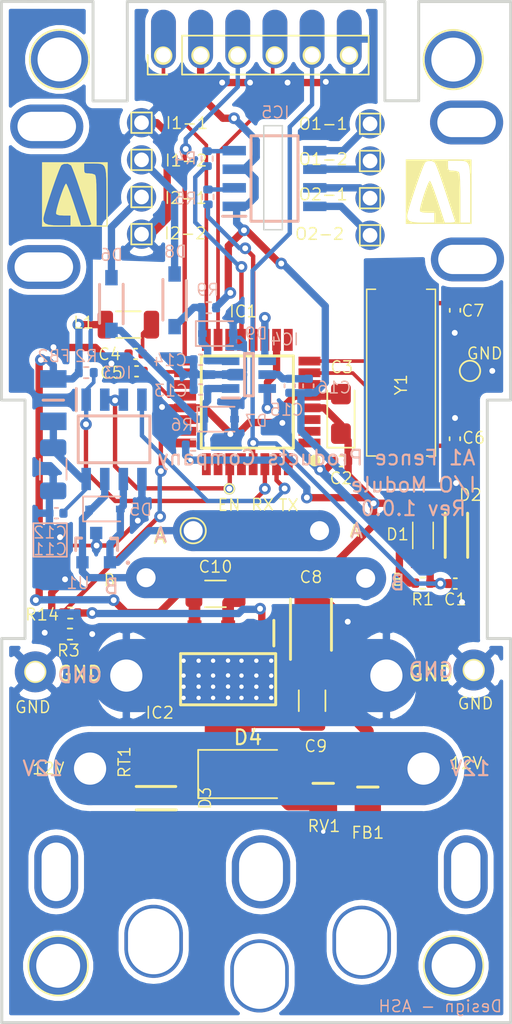
<source format=kicad_pcb>
(kicad_pcb (version 20171130) (host pcbnew "(5.1.10)-1")
  (title_block (title "Modbus I/O Board") (date 2021-10-24) (company "A-1 Fence Products Company Pvt. Ltd.") (comment 1 "Approver: Rahul Abhyankar") (comment 2 "Reviewer: Nitin Katare/Chandrashekar sahu ") (comment 3 "Initator : Viraj Khot"))
  (layers (0 F.Cu signal) (31 B.Cu signal) (34 B.Paste user hide) (35 F.Paste user hide) (36 B.SilkS user) (37 F.SilkS user) (38 B.Mask user) (39 F.Mask user) (44 Edge.Cuts user))
  (net 0 "")
  (net 1 GND)
  (net 2 /RSB)
  (net 3 +3V3)
  (net 4 "Net-(C4-Pad2)")
  (net 5 "Net-(C5-Pad1)")
  (net 6 "Net-(C6-Pad1)")
  (net 7 "Net-(C7-Pad1)")
  (net 8 "Net-(C8-Pad1)")
  (net 9 "Net-(C11-Pad1)")
  (net 10 "Net-(D3-Pad2)")
  (net 11 "Net-(D3-Pad1)")
  (net 12 /Data_A)
  (net 13 /Data_B)
  (net 14 /TXD)
  (net 15 /RXD)
  (net 16 /MAX_EN)
  (net 17 /Vin)
  (net 18 /SCK)
  (net 19 /MISO)
  (net 20 /MOSI)
  (net 21 "Net-(IC5-Pad8)")
  (net 22 "Net-(IC5-Pad7)")
  (net 23 "Net-(IC5-Pad6)")
  (net 24 "Net-(IC5-Pad5)")
  (net 25 "Net-(IC5-Pad4)")
  (net 26 "Net-(IC5-Pad2)")
  (net 27 +12V)
  (net 28 /OUT2)
  (net 29 /OUT1)
  (net 30 /1A)
  (net 31 /2A)
  (net 32 "Net-(C15-Pad2)")
  (net 33 "Net-(D6-Pad1)")
  (net 34 "Net-(D8-Pad1)")
  (net 35 /1Y)
  (net 36 /2Y)
  (module TestPoint:TestPoint_Plated_Hole_D3.0mm (layer F.Cu) (at 131.83 60.75)
    (fp_text reference H1 hide)
    (fp_text value MountingHole)
    (pad 1 thru_hole circle (at 0 0) (size 3.9 3.9) (drill 3) (layers *.Cu *.Mask))
  )
  (module TestPoint:TestPoint_Plated_Hole_D3.0mm (layer F.Cu) (at 158.75 60.76)
    (fp_text reference H2 hide)
    (fp_text value MountingHole)
    (pad 1 thru_hole circle (at 0 0) (size 3.9 3.9) (drill 3) (layers *.Cu *.Mask))
  )
  (module TestPoint:TestPoint_Plated_Hole_D3.0mm (layer F.Cu) (at 158.77 122.7)
    (fp_text reference H4 hide)
    (fp_text value MountingHole)
    (pad 1 thru_hole circle (at 0 0) (size 4 4) (drill 3) (layers *.Cu *.Mask))
  )
  (module TestPoint:TestPoint_Plated_Hole_D3.0mm (layer F.Cu) (at 131.74 122.71)
    (fp_text reference H3 hide)
    (fp_text value MountingHole)
    (pad 1 thru_hole circle (at 0 0) (size 4 4) (drill 3) (layers *.Cu *.Mask))
  )
  (module TestPoint:TestPoint_THTPad_1.0x1.0mm_Drill0.5mm (layer F.Cu) (at 140.97 92.964)
    (fp_text reference TP9 hide)
    (fp_text value TestPoint)
    (fp_text user A (at -2.286 0.381) (layer F.SilkS))
    (pad 1 thru_hole circle (at 0 0) (size 2.8 2.8) (drill 1.3) (layers *.Cu *.Mask) (net 12 /Data_A))
  )
  (module TestPoint:TestPoint_THTPad_1.0x1.0mm_Drill0.5mm (layer F.Cu) (at 137.75 95.18)
    (fp_text reference B (at -2.5 1.17) (layer F.SilkS) (effects (font (size 0.8 0.8) (thickness 0.1))))
    (fp_text value TestPoint)
    (pad 1 thru_hole circle (at 0 1) (size 2.8 2.8) (drill 1.3) (layers *.Cu *.Mask) (net 13 /Data_B))
  )
  (module TestPoint:TestPoint_THTPad_1.0x1.0mm_Drill0.5mm (layer F.Cu) (at 137.4394 70.1548)
    (fp_text reference I2-1 (at 3.0206 0.0652) (layer F.SilkS) (effects (font (size 0.8 0.8) (thickness 0.1))))
    (fp_text value TestPoint)
    (pad 1 thru_hole circle (at 0 0) (size 2 2) (drill 1) (layers *.Cu *.Mask) (net 33 "Net-(D6-Pad1)"))
  )
  (module TestPoint:TestPoint_THTPad_1.0x1.0mm_Drill0.5mm (layer F.Cu) (at 137.4394 65.0748)
    (fp_text reference I1-1 (at 3.1006 0.0252) (layer F.SilkS) (effects (font (size 0.8 0.8) (thickness 0.1))))
    (fp_text value TestPoint)
    (pad 1 thru_hole circle (at 0 0) (size 2 2) (drill 1) (layers *.Cu *.Mask) (net 1 GND))
  )
  (module TestPoint:TestPoint_THTPad_1.0x1.0mm_Drill0.5mm (layer F.Cu) (at 137.4394 67.6148)
    (fp_text reference I1-2 (at 3.0506 0.0452) (layer F.SilkS) (effects (font (size 0.8 0.8) (thickness 0.1))))
    (fp_text value TestPoint)
    (pad 1 thru_hole circle (at 0 0) (size 2 2) (drill 1) (layers *.Cu *.Mask) (net 34 "Net-(D8-Pad1)"))
  )
  (module TestPoint:TestPoint_THTPad_1.0x1.0mm_Drill0.5mm (layer F.Cu) (at 137.4394 72.6948)
    (fp_text reference I2-2 (at 2.9906 -0.0548) (layer F.SilkS) (effects (font (size 0.8 0.8) (thickness 0.1))))
    (fp_text value TestPoint)
    (pad 1 thru_hole circle (at 0 0) (size 2 2) (drill 1) (layers *.Cu *.Mask) (net 1 GND))
  )
  (module TestPoint:TestPoint_THTPad_1.0x1.0mm_Drill0.5mm (layer F.Cu) (at 153.0604 72.771)
    (fp_text reference O2-2 (at -3.4504 -0.091) (layer F.SilkS) (effects (font (size 0.8 0.8) (thickness 0.1))))
    (fp_text value TestPoint)
    (pad 1 thru_hole circle (at 0 0) (size 2 2) (drill 1) (layers *.Cu *.Mask) (net 21 "Net-(IC5-Pad8)"))
  )
  (module TestPoint:TestPoint_THTPad_1.0x1.0mm_Drill0.5mm (layer F.Cu) (at 153.0604 70.231)
    (fp_text reference O2-1 (at -3.2004 -0.254) (layer F.SilkS) (effects (font (size 0.8 0.8) (thickness 0.1))))
    (fp_text value TestPoint)
    (pad 1 thru_hole circle (at 0 0) (size 2 2) (drill 1) (layers *.Cu *.Mask) (net 22 "Net-(IC5-Pad7)"))
  )
  (module TestPoint:TestPoint_THTPad_1.0x1.0mm_Drill0.5mm (layer F.Cu) (at 153.0604 67.691)
    (fp_text reference O1-2 (at -3.2004 -0.127) (layer F.SilkS) (effects (font (size 0.8 0.8) (thickness 0.1))))
    (fp_text value TestPoint)
    (pad 1 thru_hole circle (at 0 0) (size 2 2) (drill 1) (layers *.Cu *.Mask) (net 23 "Net-(IC5-Pad6)"))
  )
  (module TestPoint:TestPoint_THTPad_1.0x1.0mm_Drill0.5mm (layer F.Cu) (at 153.0604 65.151)
    (fp_text reference O1-1 (at -3.2004 0) (layer F.SilkS) (effects (font (size 0.8 0.8) (thickness 0.1))))
    (fp_text value TestPoint)
    (pad 1 thru_hole circle (at 0 0) (size 2 2) (drill 1) (layers *.Cu *.Mask) (net 24 "Net-(IC5-Pad5)"))
  )
  (module TestPoint:TestPoint_THTPad_1.0x1.0mm_Drill0.5mm (layer F.Cu) (at 154.178 102.87)
    (fp_text reference TP11 hide)
    (fp_text value TestPoint)
    (fp_text user GND (at 3.048 -0.127) (layer F.SilkS))
    (pad 1 thru_hole oval (at 0 0) (size 3 5) (drill 2.2) (layers *.Cu *.Mask) (net 1 GND))
  )
  (module TestPoint:TestPoint_THTPad_1.0x1.0mm_Drill0.5mm (layer F.Cu) (at 156.718 109.23)
    (fp_text reference 12V (at 2.921 -0.374) (layer F.SilkS) (effects (font (size 0.8 0.8) (thickness 0.1))))
    (fp_text value TestPoint)
    (pad 1 thru_hole oval (at 0 0) (size 3 5) (drill 2.2) (layers *.Cu *.Mask) (net 27 +12V))
  )
  (module TestPoint:TestPoint_THTPad_1.0x1.0mm_Drill0.5mm (layer F.Cu) (at 136.398 102.87)
    (fp_text reference TP15 hide)
    (fp_text value TestPoint)
    (fp_text user GND (at -3.175 -0.127) (layer F.SilkS))
    (pad 1 thru_hole oval (at 0 0) (size 3 5) (drill 2.2) (layers *.Cu *.Mask) (net 1 GND))
  )
  (module TestPoint:TestPoint_THTPad_1.0x1.0mm_Drill0.5mm (layer F.Cu) (at 133.92 109.23)
    (fp_text reference 12V (at -2.856 -0.01) (layer F.SilkS) (effects (font (size 0.8 0.8) (thickness 0.1))))
    (fp_text value TestPoint)
    (pad 1 thru_hole oval (at 0 0) (size 3 5) (drill 2.2) (layers *.Cu *.Mask) (net 27 +12V))
  )
  (module TestPoint:TestPoint_THTPad_1.0x1.0mm_Drill0.5mm (layer F.Cu) (at 152.76 96.22)
    (fp_text reference B (at 2.21 0.1) (layer F.SilkS) (effects (font (size 0.8 0.8) (thickness 0.1))))
    (fp_text value TestPoint)
    (pad 1 thru_hole circle (at 0 0) (size 2.8 2.8) (drill 1.3) (layers *.Cu *.Mask) (net 13 /Data_B))
  )
  (module TestPoint:TestPoint_THTPad_1.0x1.0mm_Drill0.5mm (layer F.Cu) (at 149.606 92.964)
    (fp_text reference A (at 2.394 0.016) (layer F.SilkS) (effects (font (size 0.8 0.8) (thickness 0.1))))
    (fp_text value TestPoint)
    (pad 1 thru_hole circle (at 0 0) (size 2.8 2.8) (drill 1.3) (layers *.Cu *.Mask) (net 12 /Data_A))
  )
  (module logo:A1_logo (layer F.Cu) (at 132.84 69.98)
    (fp_text reference G*** hide)
    (fp_text value LOGO hide)
  )
  (module SamacSys_Parts:SOD3716X135N (layer B.Cu) (at 135.382 77.47 270)
    (fp_text reference D6 (at -3.36 -0.008) (layer B.SilkS) (effects (font (size 0.8 0.8) (thickness 0.1)) (justify mirror)))
    (fp_text value B5819W-TP hide)
    (pad 2 smd rect (at 1.8 0 180) (size 0.85 1.05) (layers B.Cu B.Paste B.Mask) (net 30 /1A))
    (pad 1 smd rect (at -1.8 0 180) (size 0.85 1.05) (layers B.Cu B.Paste B.Mask) (net 33 "Net-(D6-Pad1)"))
  )
  (module SamacSys_Parts:SOD3716X135N (layer B.Cu) (at 139.7 77.216 270)
    (fp_text reference D8 (at -3.326 -0.06 180) (layer B.SilkS) (effects (font (size 0.8 0.8) (thickness 0.1)) (justify mirror)))
    (fp_text value B5819W-TP hide)
    (pad 2 smd rect (at 1.8 0 180) (size 0.85 1.05) (layers B.Cu B.Paste B.Mask) (net 31 /2A))
    (pad 1 smd rect (at -1.8 0 180) (size 0.85 1.05) (layers B.Cu B.Paste B.Mask) (net 34 "Net-(D8-Pad1)"))
  )
  (module SamacSys_Parts:QFP80P900X900X120-32N (layer F.Cu) (at 144.67 84.17 180)
    (fp_text reference IC1 (at 0.271 6.192) (layer F.SilkS) (effects (font (size 0.8 0.8) (thickness 0.1))))
    (fp_text value ATMEGA328PB-AN hide)
    (pad 1 smd rect (at -4.25 -2.8 270) (size 0.6 1.5) (layers F.Cu F.Paste F.Mask))
    (pad 2 smd rect (at -4.25 -2 270) (size 0.6 1.5) (layers F.Cu F.Paste F.Mask))
    (pad 3 smd rect (at -4.25 -1.2 270) (size 0.6 1.5) (layers F.Cu F.Paste F.Mask))
    (pad 4 smd rect (at -4.25 -0.4 270) (size 0.6 1.5) (layers F.Cu F.Paste F.Mask) (net 3 +3V3))
    (pad 5 smd rect (at -4.25 0.4 270) (size 0.6 1.5) (layers F.Cu F.Paste F.Mask) (net 1 GND))
    (pad 6 smd rect (at -4.25 1.2 270) (size 0.6 1.5) (layers F.Cu F.Paste F.Mask))
    (pad 7 smd rect (at -4.25 2 270) (size 0.6 1.5) (layers F.Cu F.Paste F.Mask) (net 6 "Net-(C6-Pad1)"))
    (pad 8 smd rect (at -4.25 2.8 270) (size 0.6 1.5) (layers F.Cu F.Paste F.Mask) (net 7 "Net-(C7-Pad1)"))
    (pad 9 smd rect (at -2.8 4.25 180) (size 0.6 1.5) (layers F.Cu F.Paste F.Mask))
    (pad 10 smd rect (at -2 4.25 180) (size 0.6 1.5) (layers F.Cu F.Paste F.Mask) (net 35 /1Y))
    (pad 11 smd rect (at -1.2 4.25 180) (size 0.6 1.5) (layers F.Cu F.Paste F.Mask) (net 36 /2Y))
    (pad 12 smd rect (at -0.4 4.25 180) (size 0.6 1.5) (layers F.Cu F.Paste F.Mask) (net 29 /OUT1))
    (pad 13 smd rect (at 0.4 4.25 180) (size 0.6 1.5) (layers F.Cu F.Paste F.Mask) (net 28 /OUT2))
    (pad 14 smd rect (at 1.2 4.25 180) (size 0.6 1.5) (layers F.Cu F.Paste F.Mask))
    (pad 15 smd rect (at 2 4.25 180) (size 0.6 1.5) (layers F.Cu F.Paste F.Mask) (net 20 /MOSI))
    (pad 16 smd rect (at 2.8 4.25 180) (size 0.6 1.5) (layers F.Cu F.Paste F.Mask) (net 19 /MISO))
    (pad 17 smd rect (at 4.25 2.8 270) (size 0.6 1.5) (layers F.Cu F.Paste F.Mask) (net 18 /SCK))
    (pad 18 smd rect (at 4.25 2 270) (size 0.6 1.5) (layers F.Cu F.Paste F.Mask) (net 5 "Net-(C5-Pad1)"))
    (pad 19 smd rect (at 4.25 1.2 270) (size 0.6 1.5) (layers F.Cu F.Paste F.Mask))
    (pad 20 smd rect (at 4.25 0.4 270) (size 0.6 1.5) (layers F.Cu F.Paste F.Mask) (net 4 "Net-(C4-Pad2)"))
    (pad 21 smd rect (at 4.25 -0.4 270) (size 0.6 1.5) (layers F.Cu F.Paste F.Mask) (net 1 GND))
    (pad 22 smd rect (at 4.25 -1.2 270) (size 0.6 1.5) (layers F.Cu F.Paste F.Mask) (net 17 /Vin))
    (pad 23 smd rect (at 4.25 -2 270) (size 0.6 1.5) (layers F.Cu F.Paste F.Mask))
    (pad 24 smd rect (at 4.25 -2.8 270) (size 0.6 1.5) (layers F.Cu F.Paste F.Mask))
    (pad 25 smd rect (at 2.8 -4.25 180) (size 0.6 1.5) (layers F.Cu F.Paste F.Mask))
    (pad 26 smd rect (at 2 -4.25 180) (size 0.6 1.5) (layers F.Cu F.Paste F.Mask))
    (pad 27 smd rect (at 1.2 -4.25 180) (size 0.6 1.5) (layers F.Cu F.Paste F.Mask) (net 16 /MAX_EN))
    (pad 28 smd rect (at 0.4 -4.25 180) (size 0.6 1.5) (layers F.Cu F.Paste F.Mask))
    (pad 29 smd rect (at -0.4 -4.25 180) (size 0.6 1.5) (layers F.Cu F.Paste F.Mask) (net 2 /RSB))
    (pad 30 smd rect (at -1.2 -4.25 180) (size 0.6 1.5) (layers F.Cu F.Paste F.Mask) (net 15 /RXD))
    (pad 31 smd rect (at -2 -4.25 180) (size 0.6 1.5) (layers F.Cu F.Paste F.Mask) (net 14 /TXD))
    (pad 32 smd rect (at -2.8 -4.25 180) (size 0.6 1.5) (layers F.Cu F.Paste F.Mask))
  )
  (module SamacSys_Parts:SOT95P280X145-6N (layer B.Cu) (at 144.78 82.296)
    (fp_text reference IC4 (at 2.45 -2.406) (layer B.SilkS) (effects (font (size 0.8 0.8) (thickness 0.1)) (justify mirror)))
    (fp_text value SN74LVC2G14DBVRG4 hide)
    (pad 6 smd rect (at 1.25 0.95 270) (size 0.6 1.2) (layers B.Cu B.Paste B.Mask) (net 35 /1Y))
    (pad 5 smd rect (at 1.25 0 270) (size 0.6 1.2) (layers B.Cu B.Paste B.Mask) (net 32 "Net-(C15-Pad2)"))
    (pad 4 smd rect (at 1.25 -0.95 270) (size 0.6 1.2) (layers B.Cu B.Paste B.Mask) (net 36 /2Y))
    (pad 3 smd rect (at -1.25 -0.95 270) (size 0.6 1.2) (layers B.Cu B.Paste B.Mask) (net 31 /2A))
    (pad 2 smd rect (at -1.25 0 270) (size 0.6 1.2) (layers B.Cu B.Paste B.Mask) (net 1 GND))
    (pad 1 smd rect (at -1.25 0.95 270) (size 0.6 1.2) (layers B.Cu B.Paste B.Mask) (net 30 /1A))
  )
  (module Diode_SMD:D_SOD-323 (layer B.Cu) (at 142.65 79.49)
    (fp_text reference D9 (at 2.62 -0.01) (layer B.SilkS) (effects (font (size 0.8 0.8) (thickness 0.1)) (justify mirror)))
    (fp_text value D_TVS)
    (pad 2 smd rect (at 1.05 0) (size 0.6 0.45) (layers B.Cu B.Paste B.Mask) (net 1 GND))
    (pad 1 smd rect (at -1.05 0) (size 0.6 0.45) (layers B.Cu B.Paste B.Mask) (net 31 /2A))
  )
  (module Diode_SMD:D_SOD-323 (layer B.Cu) (at 142.748 85.344)
    (fp_text reference D7 (at 2.532 0.106 180) (layer B.SilkS) (effects (font (size 0.8 0.8) (thickness 0.1)) (justify mirror)))
    (fp_text value D_TVS)
    (pad 2 smd rect (at 1.05 0) (size 0.6 0.45) (layers B.Cu B.Paste B.Mask) (net 1 GND))
    (pad 1 smd rect (at -1.05 0) (size 0.6 0.45) (layers B.Cu B.Paste B.Mask) (net 30 /1A))
  )
  (module Capacitor_SMD:C_0402_1005Metric (layer B.Cu) (at 148.844 83.058 90)
    (fp_text reference C16 (at -0.122 1.766) (layer B.SilkS) (effects (font (size 0.8 0.8) (thickness 0.1)) (justify mirror)))
    (fp_text value 1uF)
    (pad 2 smd roundrect (at 0.48 0 90) (size 0.56 0.62) (layers B.Cu B.Paste B.Mask) (net 32 "Net-(C15-Pad2)"))
    (pad 1 smd roundrect (at -0.48 0 90) (size 0.56 0.62) (layers B.Cu B.Paste B.Mask) (net 3 +3V3))
  )
  (module Capacitor_SMD:C_0402_1005Metric (layer B.Cu) (at 147.574 83.058 90)
    (fp_text reference C15 (at -1.642 -0.214) (layer B.SilkS) (effects (font (size 0.8 0.8) (thickness 0.1)) (justify mirror)))
    (fp_text value 0.1uF)
    (pad 2 smd roundrect (at 0.48 0 90) (size 0.56 0.62) (layers B.Cu B.Paste B.Mask) (net 32 "Net-(C15-Pad2)"))
    (pad 1 smd roundrect (at -0.48 0 90) (size 0.56 0.62) (layers B.Cu B.Paste B.Mask) (net 3 +3V3))
  )
  (module Capacitor_SMD:C_0402_1005Metric (layer B.Cu) (at 141.478 81.28 180)
    (fp_text reference C14 (at 2.0828 -0.0254) (layer B.SilkS) (effects (font (size 0.8 0.8) (thickness 0.1)) (justify mirror)))
    (fp_text value 100nF)
    (pad 2 smd roundrect (at 0.48 0 180) (size 0.56 0.62) (layers B.Cu B.Paste B.Mask) (net 1 GND))
    (pad 1 smd roundrect (at -0.48 0 180) (size 0.56 0.62) (layers B.Cu B.Paste B.Mask) (net 31 /2A))
  )
  (module SamacSys_Parts:ABLS373728MHZD4YT (layer F.Cu) (at 155.18 82.16 90)
    (fp_text reference Y1 (at -0.825 0 270) (layer F.SilkS) (effects (font (size 0.8 0.8) (thickness 0.1))))
    (fp_text value 7.37MHz hide)
    (pad 2 smd rect (at 4.75 0 180) (size 2.1 5.6) (layers F.Cu F.Paste F.Mask) (net 7 "Net-(C7-Pad1)"))
    (pad 1 smd rect (at -4.75 0 180) (size 2.1 5.6) (layers F.Cu F.Paste F.Mask) (net 6 "Net-(C6-Pad1)"))
  )
  (module logo:A1_logo (layer F.Cu) (at 157.71 69.79)
    (fp_text reference G*** hide)
    (fp_text value LOGO hide)
  )
  (module TestPoint:TestPoint_Pad_D1.0mm (layer F.Cu) (at 146.57 91.08 180)
    (fp_text reference TP18 hide)
    (fp_text value TestPoint)
    (fp_text user TX (at -0.92 -0.15) (layer F.SilkS) (effects (font (size 0.8 0.8) (thickness 0.1))))
    (pad 1 thru_hole circle (at -0.6492 1.0008 180) (size 0.8 0.8) (drill 0.4) (layers *.Cu *.Mask) (net 14 /TXD))
  )
  (module TestPoint:TestPoint_Pad_D1.0mm (layer F.Cu) (at 145.73 90.32 180)
    (fp_text reference RX (at 0.02 -0.87) (layer F.SilkS) (effects (font (size 0.8 0.8) (thickness 0.1))))
    (fp_text value TestPoint)
    (pad 1 thru_hole circle (at -0.14 0.22 180) (size 0.8 0.8) (drill 0.4) (layers *.Cu *.Mask) (net 15 /RXD))
  )
  (module 1pin_niTin:1pin (layer F.Cu) (at 130.96 65.33 90)
    (fp_text reference e hide)
    (fp_text value CONN_01X01 hide)
    (pad "" thru_hole oval (at 0 0 90) (size 3 5) (drill oval 2 4) (layers *.Cu *.Mask))
  )
  (module 1pin_niTin:1pin (layer F.Cu) (at 159.66 65.06 90)
    (fp_text reference e hide)
    (fp_text value CONN_01X01)
    (pad "" thru_hole oval (at 0 0 90) (size 3 5) (drill oval 2 4) (layers *.Cu *.Mask))
  )
  (module 1pin_niTin:1pin (layer F.Cu) (at 159.72 74.422 90)
    (fp_text reference e hide)
    (fp_text value CONN_01X01)
    (pad "" thru_hole oval (at 0 0 90) (size 3 5) (drill oval 2 4) (layers *.Cu *.Mask))
  )
  (module 1pin_niTin:1pin (layer F.Cu) (at 138.2664 121.0376)
    (fp_text reference "" (at 0 -3.048) (layer F.SilkS) (effects (font (size 0.8 0.8) (thickness 0.1))))
    (fp_text value CONN_01X01)
    (pad "" thru_hole oval (at 0 0) (size 4 5) (drill oval 3.5 4.5) (layers *.Cu *.Mask))
  )
  (module 1pin_niTin:1pin (layer F.Cu) (at 152.4904 121.1011)
    (fp_text reference "" (at 0 -3.048) (layer F.SilkS) (effects (font (size 0.8 0.8) (thickness 0.1))))
    (fp_text value CONN_01X01)
    (pad "" thru_hole oval (at 0 0) (size 4 5) (drill oval 3.5 4.5) (layers *.Cu *.Mask))
  )
  (module 1pin_niTin:1pin (layer F.Cu) (at 145.5054 123.4031)
    (fp_text reference "" (at 0 -3.048) (layer F.SilkS) (effects (font (size 0.8 0.8) (thickness 0.1))))
    (fp_text value CONN_01X01)
    (pad "" thru_hole oval (at 0 0) (size 4 5) (drill oval 3.5 4.5) (layers *.Cu *.Mask))
  )
  (module 1pin_niTin:1pin (layer F.Cu) (at 131.607 116.2878)
    (fp_text reference "" (at 0 -3.048) (layer F.SilkS) (effects (font (size 0.8 0.8) (thickness 0.1))))
    (fp_text value CONN_01X01)
    (pad "" thru_hole oval (at 0 0) (size 3 5) (drill oval 2 4) (layers *.Cu *.Mask))
  )
  (module 1pin_niTin:1pin (layer F.Cu) (at 145.607 116.2878)
    (fp_text reference "" (at 0 -3.048) (layer F.SilkS) (effects (font (size 0.8 0.8) (thickness 0.1))))
    (fp_text value CONN_01X01)
    (pad "" thru_hole oval (at 0 0) (size 4 5) (drill oval 3 4) (layers *.Cu *.Mask))
  )
  (module 1pin_niTin:1pin (layer F.Cu) (at 159.607 116.2878)
    (fp_text reference "" (at 0 -3.048) (layer F.SilkS) (effects (font (size 0.8 0.8) (thickness 0.1))))
    (fp_text value CONN_01X01)
    (pad "" thru_hole oval (at 0 0) (size 3 5) (drill oval 2 4) (layers *.Cu *.Mask))
  )
  (module Capacitor_SMD:C_1206_3216Metric (layer B.Cu) (at 131.4 88.77 270)
    (fp_text reference C12 (at 4.321 0.209) (layer B.SilkS) (effects (font (size 0.8 0.8) (thickness 0.1)) (justify mirror)))
    (fp_text value 4.7uF)
    (pad 1 smd roundrect (at -1.475 0 270) (size 1.15 1.8) (layers B.Cu B.Paste B.Mask) (roundrect_rratio 0.2173904347826087) (net 9 "Net-(C11-Pad1)"))
    (pad 2 smd roundrect (at 1.475 0 270) (size 1.15 1.8) (layers B.Cu B.Paste B.Mask) (roundrect_rratio 0.2173904347826087) (net 1 GND))
  )
  (module SamacSys_Parts:SOD3716X135N (layer F.Cu) (at 138.43 111.252 180)
    (fp_text reference D3 (at -3.3528 0 270) (layer F.SilkS) (effects (font (size 0.8 0.8) (thickness 0.1))))
    (fp_text value B5819W-TP hide)
    (pad 2 smd rect (at 1.8 0 270) (size 0.85 1.05) (layers F.Cu F.Paste F.Mask) (net 10 "Net-(D3-Pad2)"))
    (pad 1 smd rect (at -1.8 0 270) (size 0.85 1.05) (layers F.Cu F.Paste F.Mask) (net 11 "Net-(D3-Pad1)"))
  )
  (module SamacSys_Parts:SOD3716X145N (layer F.Cu) (at 158.96 93.27 90)
    (fp_text reference D2 (at 2.75 0.96 180) (layer F.SilkS) (effects (font (size 0.8 0.8) (thickness 0.1))))
    (fp_text value D_Zener hide)
    (pad 2 smd rect (at 1.7 0 180) (size 0.75 1.2) (layers F.Cu F.Paste F.Mask) (net 1 GND))
    (pad 1 smd rect (at -1.7 0 180) (size 0.75 1.2) (layers F.Cu F.Paste F.Mask) (net 2 /RSB))
  )
  (module SamacSys_Parts:FDLL4448 (layer F.Cu) (at 156.68 93.29 270)
    (fp_text reference D1 (at -0.072 1.74 180) (layer F.SilkS) (effects (font (size 0.8 0.8) (thickness 0.1))))
    (fp_text value D hide)
    (pad 2 smd rect (at 1.65 0 270) (size 1.15 1.65) (layers F.Cu F.Paste F.Mask) (net 2 /RSB))
    (pad 1 smd rect (at -1.65 0 270) (size 1.15 1.65) (layers F.Cu F.Paste F.Mask) (net 3 +3V3))
  )
  (module TestPoint:TestPoint_Pad_D1.0mm (layer F.Cu) (at 143.44 90.1 180)
    (fp_text reference EN (at 0.02 -1.11 180) (layer F.SilkS) (effects (font (size 0.8 0.8) (thickness 0.1))))
    (fp_text value TestPoint)
    (pad 1 thru_hole circle (at 0 0 180) (size 0.8 0.8) (drill 0.4) (layers *.Cu *.Mask) (net 16 /MAX_EN))
  )
  (module Capacitor_Tantalum_SMD:CP_EIA-3216-18_Kemet-A (layer F.Cu) (at 151.07 84.98 90)
    (fp_text reference C3 (at 3.192 0.06 180) (layer F.SilkS) (effects (font (size 0.8 0.8) (thickness 0.1))))
    (fp_text value 1uF)
    (pad 2 smd roundrect (at 1.35 0 90) (size 1.4 1.35) (layers F.Cu F.Paste F.Mask) (roundrect_rratio 0.1851844444444445) (net 1 GND))
    (pad 1 smd roundrect (at -1.35 0 90) (size 1.4 1.35) (layers F.Cu F.Paste F.Mask) (roundrect_rratio 0.1851844444444445) (net 3 +3V3))
  )
  (module Capacitor_SMD:C_0402_1005Metric (layer B.Cu) (at 141.478 83.312 180)
    (fp_text reference C13 (at 2.038 -0.078 180) (layer B.SilkS) (effects (font (size 0.8 0.8) (thickness 0.1)) (justify mirror)))
    (fp_text value 100nF)
    (pad 2 smd roundrect (at 0.48 0 180) (size 0.56 0.62) (layers B.Cu B.Paste B.Mask) (net 1 GND))
    (pad 1 smd roundrect (at -0.48 0 180) (size 0.56 0.62) (layers B.Cu B.Paste B.Mask) (net 30 /1A))
  )
  (module Capacitor_SMD:C_0402_1005Metric (layer B.Cu) (at 131.62 91.77 180)
    (fp_text reference C11 (at 0.429 -2.464 180) (layer B.SilkS) (effects (font (size 0.8 0.8) (thickness 0.1)) (justify mirror)))
    (fp_text value 100nF)
    (pad 1 smd roundrect (at -0.48 0 180) (size 0.56 0.62) (layers B.Cu B.Paste B.Mask) (net 9 "Net-(C11-Pad1)"))
    (pad 2 smd roundrect (at 0.48 0 180) (size 0.56 0.62) (layers B.Cu B.Paste B.Mask) (net 1 GND))
  )
  (module Capacitor_SMD:C_0402_1005Metric (layer F.Cu) (at 158.87 77.9 270)
    (fp_text reference C7 (at 0.03 -1.23 180) (layer F.SilkS) (effects (font (size 0.8 0.8) (thickness 0.1))))
    (fp_text value 22pF)
    (pad 2 smd roundrect (at 0.48 0 270) (size 0.56 0.62) (layers F.Cu F.Paste F.Mask) (net 1 GND))
    (pad 1 smd roundrect (at -0.48 0 270) (size 0.56 0.62) (layers F.Cu F.Paste F.Mask) (net 7 "Net-(C7-Pad1)"))
  )
  (module Capacitor_SMD:C_0402_1005Metric (layer F.Cu) (at 158.86 86.68 90)
    (fp_text reference C6 (at 0.066 1.287 180) (layer F.SilkS) (effects (font (size 0.8 0.8) (thickness 0.1))))
    (fp_text value 22pF)
    (pad 2 smd roundrect (at 0.48 0 90) (size 0.56 0.62) (layers F.Cu F.Paste F.Mask) (net 1 GND))
    (pad 1 smd roundrect (at -0.48 0 90) (size 0.56 0.62) (layers F.Cu F.Paste F.Mask) (net 6 "Net-(C6-Pad1)"))
  )
  (module Capacitor_SMD:C_0402_1005Metric (layer F.Cu) (at 137.03 80.88 180)
    (fp_text reference C5 (at 1.648 -1.289) (layer F.SilkS) (effects (font (size 0.8 0.8) (thickness 0.1))))
    (fp_text value 100nF)
    (pad 2 smd roundrect (at 0.48 0 180) (size 0.56 0.62) (layers F.Cu F.Paste F.Mask) (net 1 GND))
    (pad 1 smd roundrect (at -0.48 0 180) (size 0.56 0.62) (layers F.Cu F.Paste F.Mask) (net 5 "Net-(C5-Pad1)"))
  )
  (module Capacitor_SMD:C_0402_1005Metric (layer F.Cu) (at 137.1 82.07)
    (fp_text reference C4 (at -1.845 -1.171) (layer F.SilkS) (effects (font (size 0.8 0.8) (thickness 0.1))))
    (fp_text value 100nF)
    (pad 2 smd roundrect (at 0.48 0) (size 0.56 0.62) (layers F.Cu F.Paste F.Mask) (net 4 "Net-(C4-Pad2)"))
    (pad 1 smd roundrect (at -0.48 0) (size 0.56 0.62) (layers F.Cu F.Paste F.Mask) (net 1 GND))
  )
  (module Capacitor_SMD:C_0402_1005Metric (layer F.Cu) (at 151.08 88.22 180)
    (fp_text reference C2 (at 0 -1.16) (layer F.SilkS) (effects (font (size 0.8 0.8) (thickness 0.1))))
    (fp_text value 10nF)
    (pad 2 smd roundrect (at 0.48 0 180) (size 0.56 0.62) (layers F.Cu F.Paste F.Mask) (net 1 GND))
    (pad 1 smd roundrect (at -0.48 0 180) (size 0.56 0.62) (layers F.Cu F.Paste F.Mask) (net 3 +3V3))
  )
  (module Capacitor_SMD:C_0402_1005Metric (layer F.Cu) (at 158.89 96.58)
    (fp_text reference C1 (at 0 1.083) (layer F.SilkS) (effects (font (size 0.8 0.8) (thickness 0.1))))
    (fp_text value 1uF)
    (pad 2 smd roundrect (at 0.48 0) (size 0.56 0.62) (layers F.Cu F.Paste F.Mask) (net 1 GND))
    (pad 1 smd roundrect (at -0.48 0) (size 0.56 0.62) (layers F.Cu F.Paste F.Mask) (net 2 /RSB))
  )
  (module Resistor_SMD:R_0402_1005Metric (layer F.Cu) (at 132.5462 100.0328)
    (fp_text reference R14 (at -1.9062 -1.3328) (layer F.SilkS) (effects (font (size 0.8 0.8) (thickness 0.1))))
    (fp_text value 4K7)
    (pad 2 smd roundrect (at 0.51 0) (size 0.54 0.64) (layers F.Cu F.Paste F.Mask) (net 1 GND))
    (pad 1 smd roundrect (at -0.51 0) (size 0.54 0.64) (layers F.Cu F.Paste F.Mask) (net 17 /Vin))
  )
  (module Resistor_SMD:R_0402_1005Metric (layer B.Cu) (at 142.03 77.72 180)
    (fp_text reference R9 (at 0.07 1.22 180) (layer B.SilkS) (effects (font (size 0.8 0.8) (thickness 0.1)) (justify mirror)))
    (fp_text value 4.7K)
    (pad 2 smd roundrect (at 0.51 0 180) (size 0.54 0.64) (layers B.Cu B.Paste B.Mask) (net 31 /2A))
    (pad 1 smd roundrect (at -0.51 0 180) (size 0.54 0.64) (layers B.Cu B.Paste B.Mask) (net 3 +3V3))
  )
  (module Resistor_SMD:R_0402_1005Metric (layer B.Cu) (at 140.968 87.122)
    (fp_text reference R6 (at -0.768 -1.392 180) (layer B.SilkS) (effects (font (size 0.8 0.8) (thickness 0.1)) (justify mirror)))
    (fp_text value 4.7K)
    (pad 2 smd roundrect (at 0.51 0) (size 0.54 0.64) (layers B.Cu B.Paste B.Mask) (net 30 /1A))
    (pad 1 smd roundrect (at -0.51 0) (size 0.54 0.64) (layers B.Cu B.Paste B.Mask) (net 3 +3V3))
  )
  (module Resistor_SMD:R_0402_1005Metric (layer B.Cu) (at 141.98 70.15 90)
    (fp_text reference R5 (at -0.11 -1.53) (layer B.SilkS) (effects (font (size 0.8 0.8) (thickness 0.1)) (justify mirror)))
    (fp_text value 330)
    (pad 2 smd roundrect (at 0.51 0 90) (size 0.54 0.64) (layers B.Cu B.Paste B.Mask) (net 26 "Net-(IC5-Pad2)"))
    (pad 1 smd roundrect (at -0.51 0 90) (size 0.54 0.64) (layers B.Cu B.Paste B.Mask) (net 29 /OUT1))
  )
  (module Resistor_SMD:R_0402_1005Metric (layer B.Cu) (at 141.92 67.53 90)
    (fp_text reference R4 (at 0.02 -1.49) (layer B.SilkS) (effects (font (size 0.8 0.8) (thickness 0.1)) (justify mirror)))
    (fp_text value 330)
    (pad 2 smd roundrect (at 0.51 0 90) (size 0.54 0.64) (layers B.Cu B.Paste B.Mask) (net 25 "Net-(IC5-Pad4)"))
    (pad 1 smd roundrect (at -0.51 0 90) (size 0.54 0.64) (layers B.Cu B.Paste B.Mask) (net 28 /OUT2))
  )
  (module Resistor_SMD:R_0402_1005Metric (layer F.Cu) (at 132.5662 98.5928 180)
    (fp_text reference R3 (at 0.1162 -2.5672) (layer F.SilkS) (effects (font (size 0.8 0.8) (thickness 0.1))))
    (fp_text value 100K)
    (pad 2 smd roundrect (at 0.51 0 180) (size 0.54 0.64) (layers F.Cu F.Paste F.Mask) (net 17 /Vin))
    (pad 1 smd roundrect (at -0.51 0 180) (size 0.54 0.64) (layers F.Cu F.Paste F.Mask) (net 8 "Net-(C8-Pad1)"))
  )
  (module Resistor_SMD:R_0402_1005Metric (layer B.Cu) (at 133.66 82.16)
    (fp_text reference R2 (at 0 -1.134) (layer B.SilkS) (effects (font (size 0.8 0.8) (thickness 0.1)) (justify mirror)))
    (fp_text value 4K7)
    (pad 1 smd roundrect (at -0.51 0) (size 0.54 0.64) (layers B.Cu B.Paste B.Mask) (net 3 +3V3))
    (pad 2 smd roundrect (at 0.51 0) (size 0.54 0.64) (layers B.Cu B.Paste B.Mask) (net 15 /RXD))
  )
  (module Resistor_SMD:R_0402_1005Metric (layer F.Cu) (at 156.66 96.55)
    (fp_text reference R1 (at 0 1.113) (layer F.SilkS) (effects (font (size 0.8 0.8) (thickness 0.1))))
    (fp_text value 4K7)
    (pad 2 smd roundrect (at 0.51 0) (size 0.54 0.64) (layers F.Cu F.Paste F.Mask) (net 2 /RSB))
    (pad 1 smd roundrect (at -0.51 0) (size 0.54 0.64) (layers F.Cu F.Paste F.Mask) (net 3 +3V3))
  )
  (module 1pin_niTin:1pin (layer F.Cu) (at 130.76 74.94 90)
    (fp_text reference e hide)
    (fp_text value CONN_01X01 hide)
    (pad "" thru_hole oval (at 0 0 90) (size 3 5) (drill oval 2 4) (layers *.Cu *.Mask))
  )
  (module Diode_SMD:D_SOD-323 (layer B.Cu) (at 134.94 91.48)
    (fp_text reference D5 (at 2.44 0.05) (layer B.SilkS) (effects (font (size 0.8 0.8) (thickness 0.1)) (justify mirror)))
    (fp_text value D_TVS)
    (pad 2 smd rect (at 1.05 0) (size 0.6 0.45) (layers B.Cu B.Paste B.Mask) (net 12 /Data_A))
    (pad 1 smd rect (at -1.05 0) (size 0.6 0.45) (layers B.Cu B.Paste B.Mask) (net 13 /Data_B))
  )
  (module SamacSys_Parts:PSM712LFT7 (layer B.Cu) (at 134.34 93.12 180)
    (fp_text reference U1 (at 1.24 -3.42) (layer B.SilkS) (effects (font (size 0.8 0.8) (thickness 0.1)) (justify mirror)))
    (fp_text value PSM712-LF-T7 hide)
    (pad 3 smd rect (at 0 0 90) (size 0.84 0.84) (layers B.Cu B.Paste B.Mask) (net 1 GND))
    (pad 2 smd rect (at 0.94 -2.005 90) (size 0.84 0.84) (layers B.Cu B.Paste B.Mask) (net 13 /Data_B))
    (pad 1 smd rect (at -0.94 -2.005 90) (size 0.84 0.84) (layers B.Cu B.Paste B.Mask) (net 12 /Data_A))
  )
  (module Connector_PinSocket_2.54mm:PinSocket_1x06_P2.54mm_Vertical (layer F.Cu) (at 138.938 60.452 90)
    (fp_text reference J1 hide)
    (fp_text value Conn_01x06_Male)
    (pad 6 thru_hole oval (at 0 12.7 90) (size 4 1.7) (drill 1 (offset 1.1 0)) (layers *.Cu *.Mask) (net 1 GND))
    (pad 5 thru_hole oval (at 0 10.16 90) (size 4 1.7) (drill 1 (offset 1.1 0)) (layers *.Cu *.Mask) (net 2 /RSB))
    (pad 4 thru_hole oval (at 0 7.62 90) (size 4 1.7) (drill 1 (offset 1.1 0)) (layers *.Cu *.Mask) (net 20 /MOSI))
    (pad 3 thru_hole oval (at 0 5.08 90) (size 4 1.7) (drill 1 (offset 1.1 0)) (layers *.Cu *.Mask) (net 18 /SCK))
    (pad 2 thru_hole oval (at 0 2.54 90) (size 4 1.7) (drill 1 (offset 1.1 0)) (layers *.Cu *.Mask) (net 3 +3V3))
    (pad 1 thru_hole oval (at 0 0 90) (size 4 1.7) (drill 1 (offset 1.1 0)) (layers *.Cu *.Mask) (net 19 /MISO))
  )
  (module SamacSys_Parts:VARC3216X145N (layer F.Cu) (at 149.86 110.236 270)
    (fp_text reference RV1 (at 2.921 -0.0508 180) (layer F.SilkS) (effects (font (size 0.8 0.8) (thickness 0.1))))
    (fp_text value Varistor hide)
    (pad 2 smd rect (at 1.45 0 270) (size 1.3 1.9) (layers F.Cu F.Paste F.Mask) (net 1 GND))
    (pad 1 smd rect (at -1.45 0 270) (size 1.3 1.9) (layers F.Cu F.Paste F.Mask) (net 11 "Net-(D3-Pad1)"))
  )
  (module Snapeda:THRMC2012X110N (layer F.Cu) (at 138.938 108.712)
    (fp_text reference RT1 (at -2.667 0.0762 270) (layer F.SilkS) (effects (font (size 0.8 0.8) (thickness 0.1))))
    (fp_text value PRG21BC4R7MM1RA)
    (pad 2 smd rect (at 0.88 0) (size 1.15 1.47) (layers F.Cu F.Paste F.Mask) (net 10 "Net-(D3-Pad2)"))
    (pad 1 smd rect (at -0.88 0) (size 1.15 1.47) (layers F.Cu F.Paste F.Mask) (net 27 +12V))
  )
  (module Inductor_SMD:L_1206_3216Metric (layer F.Cu) (at 136.54 78.88)
    (fp_text reference L1 (at -3.063 -0.14) (layer F.SilkS) (effects (font (size 0.8 0.8) (thickness 0.1))))
    (fp_text value 10uH)
    (pad 2 smd roundrect (at 1.575 0) (size 1.05 1.9) (layers F.Cu F.Paste F.Mask) (roundrect_rratio 0.2380942857142857) (net 5 "Net-(C5-Pad1)"))
    (pad 1 smd roundrect (at -1.575 0) (size 1.05 1.9) (layers F.Cu F.Paste F.Mask) (roundrect_rratio 0.2380942857142857) (net 3 +3V3))
  )
  (module SamacSys_Parts:SOIC127P610X363-8N (layer B.Cu) (at 146.53 68.89)
    (fp_text reference IC5 (at 0.06 -4.52) (layer B.SilkS) (effects (font (size 0.8 0.8) (thickness 0.1)) (justify mirror)))
    (fp_text value LTV-206 hide)
    (pad 8 smd rect (at 2.752 1.905 270) (size 0.65 1.595) (layers B.Cu B.Paste B.Mask) (net 21 "Net-(IC5-Pad8)"))
    (pad 7 smd rect (at 2.752 0.635 270) (size 0.65 1.595) (layers B.Cu B.Paste B.Mask) (net 22 "Net-(IC5-Pad7)"))
    (pad 6 smd rect (at 2.752 -0.635 270) (size 0.65 1.595) (layers B.Cu B.Paste B.Mask) (net 23 "Net-(IC5-Pad6)"))
    (pad 5 smd rect (at 2.752 -1.905 270) (size 0.65 1.595) (layers B.Cu B.Paste B.Mask) (net 24 "Net-(IC5-Pad5)"))
    (pad 4 smd rect (at -2.752 -1.905 270) (size 0.65 1.595) (layers B.Cu B.Paste B.Mask) (net 25 "Net-(IC5-Pad4)"))
    (pad 3 smd rect (at -2.752 -0.635 270) (size 0.65 1.595) (layers B.Cu B.Paste B.Mask) (net 3 +3V3))
    (pad 2 smd rect (at -2.752 0.635 270) (size 0.65 1.595) (layers B.Cu B.Paste B.Mask) (net 26 "Net-(IC5-Pad2)"))
    (pad 1 smd rect (at -2.752 1.905 270) (size 0.65 1.595) (layers B.Cu B.Paste B.Mask) (net 3 +3V3))
  )
  (module SamacSys_Parts:SOIC127P600X175-8N (layer B.Cu) (at 135.56 86.72 270)
    (fp_text reference IC3 (at -4.551 -0.24) (layer B.SilkS) (effects (font (size 0.8 0.8) (thickness 0.1)) (justify mirror)))
    (fp_text value MAX3072EASA+ hide)
    (pad 8 smd rect (at 2.712 1.905 180) (size 0.65 1.525) (layers B.Cu B.Paste B.Mask) (net 9 "Net-(C11-Pad1)"))
    (pad 7 smd rect (at 2.712 0.635 180) (size 0.65 1.525) (layers B.Cu B.Paste B.Mask) (net 13 /Data_B))
    (pad 6 smd rect (at 2.712 -0.635 180) (size 0.65 1.525) (layers B.Cu B.Paste B.Mask) (net 12 /Data_A))
    (pad 5 smd rect (at 2.712 -1.905 180) (size 0.65 1.525) (layers B.Cu B.Paste B.Mask) (net 1 GND))
    (pad 4 smd rect (at -2.712 -1.905 180) (size 0.65 1.525) (layers B.Cu B.Paste B.Mask) (net 14 /TXD))
    (pad 3 smd rect (at -2.712 -0.635 180) (size 0.65 1.525) (layers B.Cu B.Paste B.Mask) (net 16 /MAX_EN))
    (pad 2 smd rect (at -2.712 0.635 180) (size 0.65 1.525) (layers B.Cu B.Paste B.Mask) (net 16 /MAX_EN))
    (pad 1 smd rect (at -2.712 1.905 180) (size 0.65 1.525) (layers B.Cu B.Paste B.Mask) (net 15 /RXD))
  )
  (module SamacSys_Parts:SOT230P700X180-4N (layer F.Cu) (at 143.36 103.12 270)
    (fp_text reference IC2 (at 2.29 4.676 180) (layer F.SilkS) (effects (font (size 0.8 0.8) (thickness 0.1))))
    (fp_text value TPS7B6933QDCYRQ1 hide)
    (pad 4 smd rect (at 3.15 0 270) (size 1.75 3.2) (layers F.Cu F.Paste F.Mask) (net 1 GND))
    (pad 3 smd rect (at -3.15 2.3) (size 0.95 1.75) (layers F.Cu F.Paste F.Mask) (net 3 +3V3))
    (pad 2 smd rect (at -3.15 0) (size 0.95 1.75) (layers F.Cu F.Paste F.Mask) (net 1 GND))
    (pad 1 smd rect (at -3.15 -2.3) (size 0.95 1.75) (layers F.Cu F.Paste F.Mask) (net 8 "Net-(C8-Pad1)"))
  )
  (module SamacSys_Parts:BEADC3216X130N (layer B.Cu) (at 131.41 84.04 90)
    (fp_text reference FB2 (at 3.014 0.035) (layer B.SilkS) (effects (font (size 0.8 0.8) (thickness 0.1)) (justify mirror)))
    (fp_text value 74279218 hide)
    (pad 1 smd rect (at -1.45 0 90) (size 1.2 1.8) (layers B.Cu B.Paste B.Mask) (net 9 "Net-(C11-Pad1)"))
    (pad 2 smd rect (at 1.45 0 90) (size 1.2 1.8) (layers B.Cu B.Paste B.Mask) (net 3 +3V3))
  )
  (module SamacSys_Parts:BEADC3216X130N (layer F.Cu) (at 152.908 110.49 90)
    (fp_text reference FB1 (at -3.1242 0 180) (layer F.SilkS) (effects (font (size 0.8 0.8) (thickness 0.1))))
    (fp_text value 74279218 hide)
    (pad 2 smd rect (at 1.45 0 90) (size 1.2 1.8) (layers F.Cu F.Paste F.Mask) (net 8 "Net-(C8-Pad1)"))
    (pad 1 smd rect (at -1.45 0 90) (size 1.2 1.8) (layers F.Cu F.Paste F.Mask) (net 11 "Net-(D3-Pad1)"))
  )
  (module Capacitor_SMD:C_1206_3216Metric (layer F.Cu) (at 142.494 97.282)
    (fp_text reference C10 (at 0 -1.85) (layer F.SilkS) (effects (font (size 0.8 0.8) (thickness 0.1))))
    (fp_text value 4.7uF10V)
    (pad 2 smd roundrect (at 1.475 0) (size 1.15 1.8) (layers F.Cu F.Paste F.Mask) (roundrect_rratio 0.2173904347826087) (net 1 GND))
    (pad 1 smd roundrect (at -1.475 0) (size 1.15 1.8) (layers F.Cu F.Paste F.Mask) (roundrect_rratio 0.2173904347826087) (net 3 +3V3))
  )
  (module Capacitor_SMD:C_1206_3216Metric (layer F.Cu) (at 149.1 104.59 270)
    (fp_text reference C9 (at 3.106 -0.252 180) (layer F.SilkS) (effects (font (size 0.8 0.8) (thickness 0.1))))
    (fp_text value 0.1uF35V)
    (pad 2 smd roundrect (at 1.475 0 270) (size 1.15 1.8) (layers F.Cu F.Paste F.Mask) (roundrect_rratio 0.2173904347826087) (net 1 GND))
    (pad 1 smd roundrect (at -1.475 0 270) (size 1.15 1.8) (layers F.Cu F.Paste F.Mask) (roundrect_rratio 0.2173904347826087) (net 8 "Net-(C8-Pad1)"))
  )
  (module SamacSys_Parts:CAPPM3528X210N (layer F.Cu) (at 149.0218 99.3902 90)
    (fp_text reference C8 (at 3.2512 0 180) (layer F.SilkS) (effects (font (size 0.8 0.8) (thickness 0.1))))
    (fp_text value 10uF35V hide)
    (pad 2 smd rect (at 1.55 0 90) (size 1.65 2.25) (layers F.Cu F.Paste F.Mask) (net 1 GND))
    (pad 1 smd rect (at -1.55 0 90) (size 1.65 2.25) (layers F.Cu F.Paste F.Mask) (net 8 "Net-(C8-Pad1)"))
  )
  (module TestPoint:TestPoint_Pad_D1.0mm (layer F.Cu) (at 130.175 102.616)
    (fp_text reference GND (at -0.165 2.414) (layer F.SilkS) (effects (font (size 0.8 0.8) (thickness 0.1))))
    (fp_text value TestPoint)
    (pad 1 thru_hole circle (at 0 0) (size 2.8 2.8) (drill 1.3) (layers *.Cu *.Mask) (net 1 GND))
  )
  (module TestPoint:TestPoint_Pad_D1.0mm (layer F.Cu) (at 160.147 102.489)
    (fp_text reference GND (at 0.127 2.286) (layer F.SilkS) (effects (font (size 0.8 0.8) (thickness 0.1))))
    (fp_text value TestPoint)
    (pad 1 thru_hole circle (at 0 0) (size 2.8 2.8) (drill 1.3) (layers *.Cu *.Mask) (net 1 GND))
  )
  (module TestPoint:TestPoint_Pad_D1.0mm (layer F.Cu) (at 159.893 82.042)
    (fp_text reference GND (at 1.007 -1.192) (layer F.SilkS) (effects (font (size 0.8 0.8) (thickness 0.1))))
    (fp_text value TestPoint)
    (pad 1 smd circle (at 0 0) (size 1 1) (layers F.Cu F.Mask) (net 1 GND))
  )
  (module Diode_SMD:D_SMA (layer F.Cu) (at 144.71 109.6)
    (fp_text reference D4 (at 0 -2.5) (layer F.SilkS))
    (fp_text value D_TVS)
    (pad 1 smd rect (at -2 0) (size 2.5 1.8) (layers F.Cu F.Paste F.Mask) (net 11 "Net-(D3-Pad1)"))
    (pad 2 smd rect (at 2 0) (size 2.5 1.8) (layers F.Cu F.Paste F.Mask) (net 1 GND))
  )
  (gr_line (start 147.066 65.278) (end 147.066 72.39) (layer Edge.Cuts) (width 0.1))
  (gr_line (start 145.796 65.278) (end 147.066 65.278) (layer Edge.Cuts) (width 0.1))
  (gr_line (start 145.796 72.39) (end 145.796 65.278) (layer Edge.Cuts) (width 0.1))
  (gr_line (start 147.066 72.39) (end 145.796 72.39) (layer Edge.Cuts) (width 0.1))
  (gr_text 12V (at 159.893 109.22) (layer B.SilkS) (effects (font (size 1 1)) (justify mirror)))
  (gr_text 12V (at 130.683 109.22) (layer B.SilkS) (effects (font (size 1 1)) (justify mirror)))
  (gr_text GND (at 157.226 102.489) (layer B.SilkS) (effects (font (size 1 1)) (justify mirror)))
  (gr_text GND (at 133.223 102.87) (layer B.SilkS) (effects (font (size 1 1)) (justify mirror)))
  (gr_text B (at 154.94 96.52) (layer B.SilkS) (effects (font (size 1 1)) (justify mirror)))
  (gr_text B (at 135.382 96.774) (layer B.SilkS) (effects (font (size 1 1)) (justify mirror)))
  (gr_text A (at 152.146 92.964) (layer B.SilkS) (effects (font (size 1 1)) (justify mirror)))
  (gr_text A (at 138.75 93.26) (layer B.SilkS) (effects (font (size 1 1)) (justify mirror)))
  (gr_text "I/O Module\nRev 1.0.0" (at 156.02 90.64) (layer B.SilkS) (effects (font (size 1 1)) (justify mirror)))
  (gr_text "A1 Fence Products Company" (at 149.4 87.98) (layer B.SilkS) (effects (font (size 1 1)) (justify mirror)))
  (gr_text "Design - ASH" (at 157.861 125.476) (layer B.SilkS) (effects (font (size 0.8 0.8) (thickness 0.1)) (justify mirror)))
  (gr_line (start 130.048 92.456) (end 130.175 92.456) (layer B.SilkS) (width 0.12))
  (gr_line (start 130.048 94.742) (end 130.048 92.456) (layer B.SilkS) (width 0.12))
  (gr_line (start 132.334 94.742) (end 130.048 94.742) (layer B.SilkS) (width 0.12))
  (gr_line (start 132.334 92.456) (end 132.334 94.742) (layer B.SilkS) (width 0.12))
  (gr_line (start 130.175 92.456) (end 132.334 92.456) (layer B.SilkS) (width 0.12))
  (gr_line (start 134.124 56.7944) (end 134.124 63.5864) (layer Edge.Cuts) (width 0.2))
  (gr_line (start 127.8636 84.0364) (end 127.8636 56.7864) (layer Edge.Cuts) (width 0.2))
  (gr_line (start 127.8636 56.7864) (end 134.124 56.7944) (layer Edge.Cuts) (width 0.2))
  (gr_line (start 134.124 63.5864) (end 136.464 63.5864) (layer Edge.Cuts) (width 0.2))
  (gr_line (start 156.3878 56.7944) (end 162.674 56.7944) (layer Edge.Cuts) (width 0.2))
  (gr_line (start 154.0764 56.7944) (end 154.0764 63.5762) (layer Edge.Cuts) (width 0.2))
  (gr_line (start 154.0764 63.5762) (end 156.3878 63.5762) (layer Edge.Cuts) (width 0.2))
  (gr_line (start 156.3878 63.5762) (end 156.3878 56.7944) (layer Edge.Cuts) (width 0.2))
  (gr_line (start 129.474 100.3368) (end 129.474 84.0364) (layer Edge.Cuts) (width 0.2))
  (gr_line (start 129.474 84.0364) (end 127.8636 84.0364) (layer Edge.Cuts) (width 0.2))
  (gr_line (start 136.464 56.7944) (end 154.0764 56.7944) (layer Edge.Cuts) (width 0.2))
  (gr_line (start 127.889 100.3368) (end 129.474 100.3368) (layer Edge.Cuts) (width 0.2))
  (gr_line (start 136.464 63.5864) (end 136.464 56.7944) (layer Edge.Cuts) (width 0.2))
  (gr_line (start 161.074 100.3368) (end 162.6616 100.3368) (layer Edge.Cuts) (width 0.2))
  (gr_line (start 161.074 84.0364) (end 161.074 100.3368) (layer Edge.Cuts) (width 0.2))
  (gr_line (start 162.674 126.5936) (end 127.889 126.5936) (layer Edge.Cuts) (width 0.2))
  (gr_line (start 127.889 126.5936) (end 127.889 100.3368) (layer Edge.Cuts) (width 0.2))
  (gr_line (start 162.6616 84.0364) (end 161.074 84.0364) (layer Edge.Cuts) (width 0.2))
  (gr_line (start 162.674 56.7944) (end 162.6616 84.0364) (layer Edge.Cuts) (width 0.2))
  (gr_line (start 162.6616 100.3368) (end 162.674 126.5936) (layer Edge.Cuts) (width 0.2))
  (gr_line (start 138.618 60.2408) (end 138.574999 60.3044) (layer F.SilkS) (width 0.2))
  (gr_line (start 139.263 60.3044) (end 139.22 60.2408) (layer F.SilkS) (width 0.2))
  (gr_line (start 138.574999 60.672) (end 138.618 60.7356) (layer F.SilkS) (width 0.2))
  (gr_line (start 138.531 60.5264) (end 138.545999 60.6014) (layer F.SilkS) (width 0.2))
  (gr_line (start 138.508999 60.8244) (end 138.452 60.738) (layer F.SilkS) (width 0.2))
  (gr_line (start 139.263 60.672) (end 139.292 60.6014) (layer F.SilkS) (width 0.2))
  (gr_line (start 138.669 60.9556) (end 138.583 60.8979) (layer F.SilkS) (width 0.2))
  (gr_line (start 138.531 60.45) (end 138.531 60.5264) (layer F.SilkS) (width 0.2))
  (gr_line (start 138.806 60.115) (end 138.735 60.1443) (layer F.SilkS) (width 0.2))
  (gr_line (start 139.166 60.7897) (end 139.22 60.7356) (layer F.SilkS) (width 0.2))
  (gr_line (start 138.881 60.8763) (end 138.957 60.8763) (layer F.SilkS) (width 0.2))
  (gr_line (start 138.764999 60.9954) (end 138.669 60.9556) (layer F.SilkS) (width 0.2))
  (gr_line (start 139.103 60.8321) (end 139.166 60.7897) (layer F.SilkS) (width 0.2))
  (gr_line (start 138.957 60.1001) (end 138.881 60.1001) (layer F.SilkS) (width 0.2))
  (gr_line (start 139.032 60.8614) (end 139.103 60.8321) (layer F.SilkS) (width 0.2))
  (gr_line (start 138.866999 61.0156) (end 138.764999 60.9954) (layer F.SilkS) (width 0.2))
  (gr_line (start 139.22 60.2408) (end 139.166 60.1867) (layer F.SilkS) (width 0.2))
  (gr_line (start 139.306999 60.5264) (end 139.306999 60.45) (layer F.SilkS) (width 0.2))
  (gr_line (start 138.583 60.8979) (end 138.508999 60.8244) (layer F.SilkS) (width 0.2))
  (gr_line (start 138.392 60.5401) (end 138.392 60.4363) (layer F.SilkS) (width 0.2))
  (gr_line (start 138.412 60.6421) (end 138.392 60.5401) (layer F.SilkS) (width 0.2))
  (gr_line (start 138.735 60.8321) (end 138.806 60.8614) (layer F.SilkS) (width 0.2))
  (gr_line (start 139.073 60.9954) (end 138.971 61.0156) (layer F.SilkS) (width 0.2))
  (gr_line (start 138.735 60.1443) (end 138.672 60.1867) (layer F.SilkS) (width 0.2))
  (gr_line (start 138.806 60.8614) (end 138.881 60.8763) (layer F.SilkS) (width 0.2))
  (gr_line (start 139.306999 60.45) (end 139.292 60.375) (layer F.SilkS) (width 0.2))
  (gr_line (start 138.881 60.1001) (end 138.806 60.115) (layer F.SilkS) (width 0.2))
  (gr_line (start 139.169 60.9556) (end 139.073 60.9954) (layer F.SilkS) (width 0.2))
  (gr_line (start 139.103 60.1443) (end 139.032 60.115) (layer F.SilkS) (width 0.2))
  (gr_line (start 138.545999 60.6014) (end 138.574999 60.672) (layer F.SilkS) (width 0.2))
  (gr_line (start 139.292 60.6014) (end 139.306999 60.5264) (layer F.SilkS) (width 0.2))
  (gr_line (start 139.22 60.7356) (end 139.263 60.672) (layer F.SilkS) (width 0.2))
  (gr_line (start 139.292 60.375) (end 139.263 60.3044) (layer F.SilkS) (width 0.2))
  (gr_line (start 138.618 60.7356) (end 138.672 60.7897) (layer F.SilkS) (width 0.2))
  (gr_line (start 138.971 61.0156) (end 138.866999 61.0156) (layer F.SilkS) (width 0.2))
  (gr_line (start 138.672 60.1867) (end 138.618 60.2408) (layer F.SilkS) (width 0.2))
  (gr_line (start 139.032 60.115) (end 138.957 60.1001) (layer F.SilkS) (width 0.2))
  (gr_line (start 138.957 60.8763) (end 139.032 60.8614) (layer F.SilkS) (width 0.2))
  (gr_line (start 138.672 60.7897) (end 138.735 60.8321) (layer F.SilkS) (width 0.2))
  (gr_line (start 138.452 60.738) (end 138.412 60.6421) (layer F.SilkS) (width 0.2))
  (gr_line (start 138.392 60.4363) (end 138.412 60.3343) (layer F.SilkS) (width 0.2))
  (gr_line (start 139.166 60.1867) (end 139.103 60.1443) (layer F.SilkS) (width 0.2))
  (gr_line (start 138.574999 60.3044) (end 138.545999 60.375) (layer F.SilkS) (width 0.2))
  (gr_line (start 138.545999 60.375) (end 138.531 60.45) (layer F.SilkS) (width 0.2))
  (gr_line (start 138.452 60.2384) (end 138.508999 60.152) (layer F.SilkS) (width 0.2))
  (gr_line (start 138.669 60.0208) (end 138.764999 59.981) (layer F.SilkS) (width 0.2))
  (gr_line (start 139.386 60.738) (end 139.329 60.8244) (layer F.SilkS) (width 0.2))
  (gr_line (start 139.446 60.4363) (end 139.446 60.5401) (layer F.SilkS) (width 0.2))
  (gr_line (start 139.255 60.8979) (end 139.169 60.9556) (layer F.SilkS) (width 0.2))
  (gr_line (start 139.329 60.8244) (end 139.255 60.8979) (layer F.SilkS) (width 0.2))
  (gr_line (start 139.425999 60.6421) (end 139.386 60.738) (layer F.SilkS) (width 0.2))
  (gr_line (start 138.412 60.3343) (end 138.452 60.2384) (layer F.SilkS) (width 0.2))
  (gr_line (start 139.446 60.5401) (end 139.425999 60.6421) (layer F.SilkS) (width 0.2))
  (gr_line (start 139.425999 60.3343) (end 139.446 60.4363) (layer F.SilkS) (width 0.2))
  (gr_line (start 139.073 59.981) (end 139.169 60.0208) (layer F.SilkS) (width 0.2))
  (gr_line (start 139.386 60.2384) (end 139.425999 60.3343) (layer F.SilkS) (width 0.2))
  (gr_line (start 139.329 60.152) (end 139.386 60.2384) (layer F.SilkS) (width 0.2))
  (gr_line (start 139.255 60.0785) (end 139.329 60.152) (layer F.SilkS) (width 0.2))
  (gr_line (start 139.169 60.0208) (end 139.255 60.0785) (layer F.SilkS) (width 0.2))
  (gr_line (start 138.971 59.9608) (end 139.073 59.981) (layer F.SilkS) (width 0.2))
  (gr_line (start 138.866999 59.9608) (end 138.971 59.9608) (layer F.SilkS) (width 0.2))
  (gr_line (start 138.764999 59.981) (end 138.866999 59.9608) (layer F.SilkS) (width 0.2))
  (gr_line (start 138.583 60.0785) (end 138.669 60.0208) (layer F.SilkS) (width 0.2))
  (gr_line (start 138.508999 60.152) (end 138.583 60.0785) (layer F.SilkS) (width 0.2))
  (gr_line (start 143.616 60.365) (end 143.601 60.44) (layer F.SilkS) (width 0.2))
  (gr_line (start 143.805 60.8221) (end 143.876 60.8514) (layer F.SilkS) (width 0.2))
  (gr_line (start 143.645 60.2944) (end 143.616 60.365) (layer F.SilkS) (width 0.2))
  (gr_line (start 143.462 60.4263) (end 143.482 60.3243) (layer F.SilkS) (width 0.2))
  (gr_line (start 143.742 60.7797) (end 143.805 60.8221) (layer F.SilkS) (width 0.2))
  (gr_line (start 144.027 60.8663) (end 144.102 60.8514) (layer F.SilkS) (width 0.2))
  (gr_line (start 143.876 60.8514) (end 143.951 60.8663) (layer F.SilkS) (width 0.2))
  (gr_line (start 143.482 60.6321) (end 143.462 60.5301) (layer F.SilkS) (width 0.2))
  (gr_line (start 143.645 60.662) (end 143.688 60.7256) (layer F.SilkS) (width 0.2))
  (gr_line (start 143.805 60.1343) (end 143.742 60.1767) (layer F.SilkS) (width 0.2))
  (gr_line (start 144.236 60.7797) (end 144.29 60.7256) (layer F.SilkS) (width 0.2))
  (gr_line (start 144.362 60.365) (end 144.333 60.2944) (layer F.SilkS) (width 0.2))
  (gr_line (start 143.742 60.1767) (end 143.688 60.2308) (layer F.SilkS) (width 0.2))
  (gr_line (start 144.173 60.8221) (end 144.236 60.7797) (layer F.SilkS) (width 0.2))
  (gr_line (start 144.377 60.5164) (end 144.377 60.44) (layer F.SilkS) (width 0.2))
  (gr_line (start 144.102 60.8514) (end 144.173 60.8221) (layer F.SilkS) (width 0.2))
  (gr_line (start 144.333 60.2944) (end 144.29 60.2308) (layer F.SilkS) (width 0.2))
  (gr_line (start 144.102 60.105) (end 144.027 60.0901) (layer F.SilkS) (width 0.2))
  (gr_line (start 144.362 60.5914) (end 144.377 60.5164) (layer F.SilkS) (width 0.2))
  (gr_line (start 143.951 60.8663) (end 144.027 60.8663) (layer F.SilkS) (width 0.2))
  (gr_line (start 143.688 60.7256) (end 143.742 60.7797) (layer F.SilkS) (width 0.2))
  (gr_line (start 143.616 60.5914) (end 143.645 60.662) (layer F.SilkS) (width 0.2))
  (gr_line (start 143.601 60.5164) (end 143.616 60.5914) (layer F.SilkS) (width 0.2))
  (gr_line (start 143.601 60.44) (end 143.601 60.5164) (layer F.SilkS) (width 0.2))
  (gr_line (start 143.951 60.0901) (end 143.876 60.105) (layer F.SilkS) (width 0.2))
  (gr_line (start 144.027 60.0901) (end 143.951 60.0901) (layer F.SilkS) (width 0.2))
  (gr_line (start 144.29 60.2308) (end 144.236 60.1767) (layer F.SilkS) (width 0.2))
  (gr_line (start 144.236 60.1767) (end 144.173 60.1343) (layer F.SilkS) (width 0.2))
  (gr_line (start 143.688 60.2308) (end 143.645 60.2944) (layer F.SilkS) (width 0.2))
  (gr_line (start 143.876 60.105) (end 143.805 60.1343) (layer F.SilkS) (width 0.2))
  (gr_line (start 144.173 60.1343) (end 144.102 60.105) (layer F.SilkS) (width 0.2))
  (gr_line (start 144.377 60.44) (end 144.362 60.365) (layer F.SilkS) (width 0.2))
  (gr_line (start 144.29 60.7256) (end 144.333 60.662) (layer F.SilkS) (width 0.2))
  (gr_line (start 143.462 60.5301) (end 143.462 60.4263) (layer F.SilkS) (width 0.2))
  (gr_line (start 143.522 60.728) (end 143.482 60.6321) (layer F.SilkS) (width 0.2))
  (gr_line (start 144.333 60.662) (end 144.362 60.5914) (layer F.SilkS) (width 0.2))
  (gr_line (start 140.942 60.4263) (end 140.962 60.3243) (layer F.SilkS) (width 0.2))
  (gr_line (start 141.168 60.7256) (end 141.222 60.7797) (layer F.SilkS) (width 0.2))
  (gr_line (start 141.222 60.7797) (end 141.285 60.8221) (layer F.SilkS) (width 0.2))
  (gr_line (start 141.356 60.105) (end 141.285 60.1343) (layer F.SilkS) (width 0.2))
  (gr_line (start 141.842 60.5914) (end 141.857 60.5164) (layer F.SilkS) (width 0.2))
  (gr_line (start 141.653 60.1343) (end 141.582 60.105) (layer F.SilkS) (width 0.2))
  (gr_line (start 141.857 60.44) (end 141.842 60.365) (layer F.SilkS) (width 0.2))
  (gr_line (start 141.582 60.8514) (end 141.653 60.8221) (layer F.SilkS) (width 0.2))
  (gr_line (start 141.857 60.5164) (end 141.857 60.44) (layer F.SilkS) (width 0.2))
  (gr_line (start 141.582 60.105) (end 141.507 60.0901) (layer F.SilkS) (width 0.2))
  (gr_line (start 141.716 60.7797) (end 141.77 60.7256) (layer F.SilkS) (width 0.2))
  (gr_line (start 143.579 60.8144) (end 143.522 60.728) (layer F.SilkS) (width 0.2))
  (gr_line (start 144.143 60.9854) (end 144.041 61.0056) (layer F.SilkS) (width 0.2))
  (gr_line (start 141.125 60.2944) (end 141.096 60.365) (layer F.SilkS) (width 0.2))
  (gr_line (start 143.739 60.9456) (end 143.653 60.8879) (layer F.SilkS) (width 0.2))
  (gr_line (start 143.482 60.3243) (end 143.522 60.2284) (layer F.SilkS) (width 0.2))
  (gr_line (start 141.653 60.8221) (end 141.716 60.7797) (layer F.SilkS) (width 0.2))
  (gr_line (start 143.937 61.0056) (end 143.835 60.9854) (layer F.SilkS) (width 0.2))
  (gr_line (start 141.507 60.8663) (end 141.582 60.8514) (layer F.SilkS) (width 0.2))
  (gr_line (start 144.456 60.728) (end 144.399 60.8144) (layer F.SilkS) (width 0.2))
  (gr_line (start 143.937 59.9508) (end 144.041 59.9508) (layer F.SilkS) (width 0.2))
  (gr_line (start 140.962 60.6321) (end 140.942 60.5301) (layer F.SilkS) (width 0.2))
  (gr_line (start 144.516 60.5301) (end 144.496 60.6321) (layer F.SilkS) (width 0.2))
  (gr_line (start 141.842 60.365) (end 141.813 60.2944) (layer F.SilkS) (width 0.2))
  (gr_line (start 143.579 60.142) (end 143.653 60.0685) (layer F.SilkS) (width 0.2))
  (gr_line (start 144.325 60.0685) (end 144.399 60.142) (layer F.SilkS) (width 0.2))
  (gr_line (start 141.125 60.662) (end 141.168 60.7256) (layer F.SilkS) (width 0.2))
  (gr_line (start 143.653 60.8879) (end 143.579 60.8144) (layer F.SilkS) (width 0.2))
  (gr_line (start 143.522 60.2284) (end 143.579 60.142) (layer F.SilkS) (width 0.2))
  (gr_line (start 144.325 60.8879) (end 144.239 60.9456) (layer F.SilkS) (width 0.2))
  (gr_line (start 140.942 60.5301) (end 140.942 60.4263) (layer F.SilkS) (width 0.2))
  (gr_line (start 141.081 60.5164) (end 141.096 60.5914) (layer F.SilkS) (width 0.2))
  (gr_line (start 141.096 60.5914) (end 141.125 60.662) (layer F.SilkS) (width 0.2))
  (gr_line (start 144.399 60.142) (end 144.456 60.2284) (layer F.SilkS) (width 0.2))
  (gr_line (start 144.239 60.0108) (end 144.325 60.0685) (layer F.SilkS) (width 0.2))
  (gr_line (start 143.653 60.0685) (end 143.739 60.0108) (layer F.SilkS) (width 0.2))
  (gr_line (start 141.716 60.1767) (end 141.653 60.1343) (layer F.SilkS) (width 0.2))
  (gr_line (start 141.002 60.728) (end 140.962 60.6321) (layer F.SilkS) (width 0.2))
  (gr_line (start 143.835 60.9854) (end 143.739 60.9456) (layer F.SilkS) (width 0.2))
  (gr_line (start 141.507 60.0901) (end 141.431 60.0901) (layer F.SilkS) (width 0.2))
  (gr_line (start 144.041 61.0056) (end 143.937 61.0056) (layer F.SilkS) (width 0.2))
  (gr_line (start 144.239 60.9456) (end 144.143 60.9854) (layer F.SilkS) (width 0.2))
  (gr_line (start 144.516 60.4263) (end 144.516 60.5301) (layer F.SilkS) (width 0.2))
  (gr_line (start 144.496 60.3243) (end 144.516 60.4263) (layer F.SilkS) (width 0.2))
  (gr_line (start 141.813 60.2944) (end 141.77 60.2308) (layer F.SilkS) (width 0.2))
  (gr_line (start 144.399 60.8144) (end 144.325 60.8879) (layer F.SilkS) (width 0.2))
  (gr_line (start 144.496 60.6321) (end 144.456 60.728) (layer F.SilkS) (width 0.2))
  (gr_line (start 144.456 60.2284) (end 144.496 60.3243) (layer F.SilkS) (width 0.2))
  (gr_line (start 141.431 60.8663) (end 141.507 60.8663) (layer F.SilkS) (width 0.2))
  (gr_line (start 141.77 60.2308) (end 141.716 60.1767) (layer F.SilkS) (width 0.2))
  (gr_line (start 141.77 60.7256) (end 141.813 60.662) (layer F.SilkS) (width 0.2))
  (gr_line (start 144.143 59.971) (end 144.239 60.0108) (layer F.SilkS) (width 0.2))
  (gr_line (start 144.041 59.9508) (end 144.143 59.971) (layer F.SilkS) (width 0.2))
  (gr_line (start 143.835 59.971) (end 143.937 59.9508) (layer F.SilkS) (width 0.2))
  (gr_line (start 141.096 60.365) (end 141.081 60.44) (layer F.SilkS) (width 0.2))
  (gr_line (start 143.739 60.0108) (end 143.835 59.971) (layer F.SilkS) (width 0.2))
  (gr_line (start 141.222 60.1767) (end 141.168 60.2308) (layer F.SilkS) (width 0.2))
  (gr_line (start 141.081 60.44) (end 141.081 60.5164) (layer F.SilkS) (width 0.2))
  (gr_line (start 141.285 60.8221) (end 141.356 60.8514) (layer F.SilkS) (width 0.2))
  (gr_line (start 141.813 60.662) (end 141.842 60.5914) (layer F.SilkS) (width 0.2))
  (gr_line (start 141.168 60.2308) (end 141.125 60.2944) (layer F.SilkS) (width 0.2))
  (gr_line (start 141.285 60.1343) (end 141.222 60.1767) (layer F.SilkS) (width 0.2))
  (gr_line (start 141.356 60.8514) (end 141.431 60.8663) (layer F.SilkS) (width 0.2))
  (gr_line (start 141.431 60.0901) (end 141.356 60.105) (layer F.SilkS) (width 0.2))
  (gr_line (start 149.467 60.44) (end 149.452 60.365) (layer F.SilkS) (width 0.2))
  (gr_line (start 148.966 60.8514) (end 149.041 60.8663) (layer F.SilkS) (width 0.2))
  (gr_line (start 148.691 60.5164) (end 148.706 60.5914) (layer F.SilkS) (width 0.2))
  (gr_line (start 148.966 60.105) (end 148.895 60.1343) (layer F.SilkS) (width 0.2))
  (gr_line (start 149.326 60.1767) (end 149.263 60.1343) (layer F.SilkS) (width 0.2))
  (gr_line (start 148.691 60.44) (end 148.691 60.5164) (layer F.SilkS) (width 0.2))
  (gr_line (start 148.706 60.5914) (end 148.735 60.662) (layer F.SilkS) (width 0.2))
  (gr_line (start 148.706 60.365) (end 148.691 60.44) (layer F.SilkS) (width 0.2))
  (gr_line (start 141.059 60.8144) (end 141.002 60.728) (layer F.SilkS) (width 0.2))
  (gr_line (start 141.133 60.8879) (end 141.059 60.8144) (layer F.SilkS) (width 0.2))
  (gr_line (start 149.192 60.105) (end 149.117 60.0901) (layer F.SilkS) (width 0.2))
  (gr_line (start 141.219 60.9456) (end 141.133 60.8879) (layer F.SilkS) (width 0.2))
  (gr_line (start 149.423 60.662) (end 149.452 60.5914) (layer F.SilkS) (width 0.2))
  (gr_line (start 149.041 60.0901) (end 148.966 60.105) (layer F.SilkS) (width 0.2))
  (gr_line (start 149.38 60.2308) (end 149.326 60.1767) (layer F.SilkS) (width 0.2))
  (gr_line (start 148.552 60.5301) (end 148.552 60.4263) (layer F.SilkS) (width 0.2))
  (gr_line (start 148.572 60.6321) (end 148.552 60.5301) (layer F.SilkS) (width 0.2))
  (gr_line (start 149.326 60.7797) (end 149.38 60.7256) (layer F.SilkS) (width 0.2))
  (gr_line (start 141.879 60.142) (end 141.936 60.2284) (layer F.SilkS) (width 0.2))
  (gr_line (start 141.623 59.971) (end 141.719 60.0108) (layer F.SilkS) (width 0.2))
  (gr_line (start 141.315 60.9854) (end 141.219 60.9456) (layer F.SilkS) (width 0.2))
  (gr_line (start 141.417 61.0056) (end 141.315 60.9854) (layer F.SilkS) (width 0.2))
  (gr_line (start 141.521 61.0056) (end 141.417 61.0056) (layer F.SilkS) (width 0.2))
  (gr_line (start 141.417 59.9508) (end 141.521 59.9508) (layer F.SilkS) (width 0.2))
  (gr_line (start 148.612 60.728) (end 148.572 60.6321) (layer F.SilkS) (width 0.2))
  (gr_line (start 141.976 60.6321) (end 141.936 60.728) (layer F.SilkS) (width 0.2))
  (gr_line (start 148.778 60.7256) (end 148.832 60.7797) (layer F.SilkS) (width 0.2))
  (gr_line (start 149.041 60.8663) (end 149.117 60.8663) (layer F.SilkS) (width 0.2))
  (gr_line (start 141.623 60.9854) (end 141.521 61.0056) (layer F.SilkS) (width 0.2))
  (gr_line (start 141.719 60.9456) (end 141.623 60.9854) (layer F.SilkS) (width 0.2))
  (gr_line (start 148.832 60.1767) (end 148.778 60.2308) (layer F.SilkS) (width 0.2))
  (gr_line (start 141.805 60.8879) (end 141.719 60.9456) (layer F.SilkS) (width 0.2))
  (gr_line (start 141.879 60.8144) (end 141.805 60.8879) (layer F.SilkS) (width 0.2))
  (gr_line (start 141.936 60.728) (end 141.879 60.8144) (layer F.SilkS) (width 0.2))
  (gr_line (start 141.996 60.5301) (end 141.976 60.6321) (layer F.SilkS) (width 0.2))
  (gr_line (start 140.962 60.3243) (end 141.002 60.2284) (layer F.SilkS) (width 0.2))
  (gr_line (start 141.996 60.4263) (end 141.996 60.5301) (layer F.SilkS) (width 0.2))
  (gr_line (start 141.976 60.3243) (end 141.996 60.4263) (layer F.SilkS) (width 0.2))
  (gr_line (start 141.936 60.2284) (end 141.976 60.3243) (layer F.SilkS) (width 0.2))
  (gr_line (start 141.805 60.0685) (end 141.879 60.142) (layer F.SilkS) (width 0.2))
  (gr_line (start 141.315 59.971) (end 141.417 59.9508) (layer F.SilkS) (width 0.2))
  (gr_line (start 149.452 60.5914) (end 149.467 60.5164) (layer F.SilkS) (width 0.2))
  (gr_line (start 148.832 60.7797) (end 148.895 60.8221) (layer F.SilkS) (width 0.2))
  (gr_line (start 141.719 60.0108) (end 141.805 60.0685) (layer F.SilkS) (width 0.2))
  (gr_line (start 141.521 59.9508) (end 141.623 59.971) (layer F.SilkS) (width 0.2))
  (gr_line (start 141.133 60.0685) (end 141.219 60.0108) (layer F.SilkS) (width 0.2))
  (gr_line (start 149.38 60.7256) (end 149.423 60.662) (layer F.SilkS) (width 0.2))
  (gr_line (start 148.735 60.662) (end 148.778 60.7256) (layer F.SilkS) (width 0.2))
  (gr_line (start 148.552 60.4263) (end 148.572 60.3243) (layer F.SilkS) (width 0.2))
  (gr_line (start 149.192 60.8514) (end 149.263 60.8221) (layer F.SilkS) (width 0.2))
  (gr_line (start 148.895 60.8221) (end 148.966 60.8514) (layer F.SilkS) (width 0.2))
  (gr_line (start 141.059 60.142) (end 141.133 60.0685) (layer F.SilkS) (width 0.2))
  (gr_line (start 148.735 60.2944) (end 148.706 60.365) (layer F.SilkS) (width 0.2))
  (gr_line (start 148.778 60.2308) (end 148.735 60.2944) (layer F.SilkS) (width 0.2))
  (gr_line (start 149.117 60.0901) (end 149.041 60.0901) (layer F.SilkS) (width 0.2))
  (gr_line (start 149.263 60.8221) (end 149.326 60.7797) (layer F.SilkS) (width 0.2))
  (gr_line (start 149.467 60.5164) (end 149.467 60.44) (layer F.SilkS) (width 0.2))
  (gr_line (start 148.895 60.1343) (end 148.832 60.1767) (layer F.SilkS) (width 0.2))
  (gr_line (start 149.117 60.8663) (end 149.192 60.8514) (layer F.SilkS) (width 0.2))
  (gr_line (start 149.452 60.365) (end 149.423 60.2944) (layer F.SilkS) (width 0.2))
  (gr_line (start 141.219 60.0108) (end 141.315 59.971) (layer F.SilkS) (width 0.2))
  (gr_line (start 149.263 60.1343) (end 149.192 60.105) (layer F.SilkS) (width 0.2))
  (gr_line (start 141.002 60.2284) (end 141.059 60.142) (layer F.SilkS) (width 0.2))
  (gr_line (start 149.423 60.2944) (end 149.38 60.2308) (layer F.SilkS) (width 0.2))
  (gr_line (start 146.796 60.1767) (end 146.733 60.1343) (layer F.SilkS) (width 0.2))
  (gr_line (start 146.85 60.7256) (end 146.893 60.662) (layer F.SilkS) (width 0.2))
  (gr_line (start 146.511 60.8663) (end 146.587 60.8663) (layer F.SilkS) (width 0.2))
  (gr_line (start 146.161 60.44) (end 146.161 60.5164) (layer F.SilkS) (width 0.2))
  (gr_line (start 146.248 60.2308) (end 146.205 60.2944) (layer F.SilkS) (width 0.2))
  (gr_line (start 146.587 60.0901) (end 146.511 60.0901) (layer F.SilkS) (width 0.2))
  (gr_line (start 146.662 60.105) (end 146.587 60.0901) (layer F.SilkS) (width 0.2))
  (gr_line (start 146.922 60.365) (end 146.893 60.2944) (layer F.SilkS) (width 0.2))
  (gr_line (start 146.733 60.8221) (end 146.796 60.7797) (layer F.SilkS) (width 0.2))
  (gr_line (start 146.365 60.8221) (end 146.436 60.8514) (layer F.SilkS) (width 0.2))
  (gr_line (start 146.205 60.662) (end 146.248 60.7256) (layer F.SilkS) (width 0.2))
  (gr_line (start 146.893 60.662) (end 146.922 60.5914) (layer F.SilkS) (width 0.2))
  (gr_line (start 146.436 60.105) (end 146.365 60.1343) (layer F.SilkS) (width 0.2))
  (gr_line (start 146.937 60.5164) (end 146.937 60.44) (layer F.SilkS) (width 0.2))
  (gr_line (start 149.546 60.2284) (end 149.586 60.3243) (layer F.SilkS) (width 0.2))
  (gr_line (start 146.662 60.8514) (end 146.733 60.8221) (layer F.SilkS) (width 0.2))
  (gr_line (start 148.669 60.8144) (end 148.612 60.728) (layer F.SilkS) (width 0.2))
  (gr_line (start 148.925 59.971) (end 149.027 59.9508) (layer F.SilkS) (width 0.2))
  (gr_line (start 146.302 60.7797) (end 146.365 60.8221) (layer F.SilkS) (width 0.2))
  (gr_line (start 148.669 60.142) (end 148.743 60.0685) (layer F.SilkS) (width 0.2))
  (gr_line (start 146.082 60.728) (end 146.042 60.6321) (layer F.SilkS) (width 0.2))
  (gr_line (start 148.743 60.8879) (end 148.669 60.8144) (layer F.SilkS) (width 0.2))
  (gr_line (start 146.248 60.7256) (end 146.302 60.7797) (layer F.SilkS) (width 0.2))
  (gr_line (start 149.489 60.142) (end 149.546 60.2284) (layer F.SilkS) (width 0.2))
  (gr_line (start 146.733 60.1343) (end 146.662 60.105) (layer F.SilkS) (width 0.2))
  (gr_line (start 148.829 60.9456) (end 148.743 60.8879) (layer F.SilkS) (width 0.2))
  (gr_line (start 148.925 60.9854) (end 148.829 60.9456) (layer F.SilkS) (width 0.2))
  (gr_line (start 149.606 60.4263) (end 149.606 60.5301) (layer F.SilkS) (width 0.2))
  (gr_line (start 146.205 60.2944) (end 146.176 60.365) (layer F.SilkS) (width 0.2))
  (gr_line (start 149.027 61.0056) (end 148.925 60.9854) (layer F.SilkS) (width 0.2))
  (gr_line (start 149.489 60.8144) (end 149.415 60.8879) (layer F.SilkS) (width 0.2))
  (gr_line (start 149.131 61.0056) (end 149.027 61.0056) (layer F.SilkS) (width 0.2))
  (gr_line (start 146.937 60.44) (end 146.922 60.365) (layer F.SilkS) (width 0.2))
  (gr_line (start 149.233 60.9854) (end 149.131 61.0056) (layer F.SilkS) (width 0.2))
  (gr_line (start 146.587 60.8663) (end 146.662 60.8514) (layer F.SilkS) (width 0.2))
  (gr_line (start 149.546 60.728) (end 149.489 60.8144) (layer F.SilkS) (width 0.2))
  (gr_line (start 146.176 60.5914) (end 146.205 60.662) (layer F.SilkS) (width 0.2))
  (gr_line (start 149.329 60.9456) (end 149.233 60.9854) (layer F.SilkS) (width 0.2))
  (gr_line (start 146.922 60.5914) (end 146.937 60.5164) (layer F.SilkS) (width 0.2))
  (gr_line (start 149.329 60.0108) (end 149.415 60.0685) (layer F.SilkS) (width 0.2))
  (gr_line (start 149.415 60.8879) (end 149.329 60.9456) (layer F.SilkS) (width 0.2))
  (gr_line (start 149.586 60.6321) (end 149.546 60.728) (layer F.SilkS) (width 0.2))
  (gr_line (start 149.233 59.971) (end 149.329 60.0108) (layer F.SilkS) (width 0.2))
  (gr_line (start 148.829 60.0108) (end 148.925 59.971) (layer F.SilkS) (width 0.2))
  (gr_line (start 148.572 60.3243) (end 148.612 60.2284) (layer F.SilkS) (width 0.2))
  (gr_line (start 149.606 60.5301) (end 149.586 60.6321) (layer F.SilkS) (width 0.2))
  (gr_line (start 149.131 59.9508) (end 149.233 59.971) (layer F.SilkS) (width 0.2))
  (gr_line (start 149.586 60.3243) (end 149.606 60.4263) (layer F.SilkS) (width 0.2))
  (gr_line (start 149.415 60.0685) (end 149.489 60.142) (layer F.SilkS) (width 0.2))
  (gr_line (start 149.027 59.9508) (end 149.131 59.9508) (layer F.SilkS) (width 0.2))
  (gr_line (start 148.743 60.0685) (end 148.829 60.0108) (layer F.SilkS) (width 0.2))
  (gr_line (start 148.612 60.2284) (end 148.669 60.142) (layer F.SilkS) (width 0.2))
  (gr_line (start 146.176 60.365) (end 146.161 60.44) (layer F.SilkS) (width 0.2))
  (gr_line (start 146.365 60.1343) (end 146.302 60.1767) (layer F.SilkS) (width 0.2))
  (gr_line (start 146.511 60.0901) (end 146.436 60.105) (layer F.SilkS) (width 0.2))
  (gr_line (start 146.85 60.2308) (end 146.796 60.1767) (layer F.SilkS) (width 0.2))
  (gr_line (start 146.893 60.2944) (end 146.85 60.2308) (layer F.SilkS) (width 0.2))
  (gr_line (start 146.022 60.4263) (end 146.042 60.3243) (layer F.SilkS) (width 0.2))
  (gr_line (start 146.436 60.8514) (end 146.511 60.8663) (layer F.SilkS) (width 0.2))
  (gr_line (start 146.796 60.7797) (end 146.85 60.7256) (layer F.SilkS) (width 0.2))
  (gr_line (start 146.042 60.6321) (end 146.022 60.5301) (layer F.SilkS) (width 0.2))
  (gr_line (start 146.161 60.5164) (end 146.176 60.5914) (layer F.SilkS) (width 0.2))
  (gr_line (start 146.022 60.5301) (end 146.022 60.4263) (layer F.SilkS) (width 0.2))
  (gr_line (start 146.302 60.1767) (end 146.248 60.2308) (layer F.SilkS) (width 0.2))
  (gr_line (start 151.992 60.5914) (end 152.007 60.5164) (layer F.SilkS) (width 0.2))
  (gr_line (start 151.92 60.7256) (end 151.963 60.662) (layer F.SilkS) (width 0.2))
  (gr_line (start 151.803 60.8221) (end 151.866 60.7797) (layer F.SilkS) (width 0.2))
  (gr_line (start 151.866 60.7797) (end 151.92 60.7256) (layer F.SilkS) (width 0.2))
  (gr_line (start 151.092 60.4263) (end 151.112 60.3243) (layer F.SilkS) (width 0.2))
  (gr_line (start 151.581 60.8663) (end 151.657 60.8663) (layer F.SilkS) (width 0.2))
  (gr_line (start 151.275 60.662) (end 151.318 60.7256) (layer F.SilkS) (width 0.2))
  (gr_line (start 146.139 60.142) (end 146.213 60.0685) (layer F.SilkS) (width 0.2))
  (gr_line (start 151.246 60.5914) (end 151.275 60.662) (layer F.SilkS) (width 0.2))
  (gr_line (start 151.657 60.8663) (end 151.732 60.8514) (layer F.SilkS) (width 0.2))
  (gr_line (start 151.152 60.728) (end 151.112 60.6321) (layer F.SilkS) (width 0.2))
  (gr_line (start 147.076 60.5301) (end 147.056 60.6321) (layer F.SilkS) (width 0.2))
  (gr_line (start 146.601 59.9508) (end 146.703 59.971) (layer F.SilkS) (width 0.2))
  (gr_line (start 152.007 60.5164) (end 152.007 60.44) (layer F.SilkS) (width 0.2))
  (gr_line (start 146.885 60.8879) (end 146.799 60.9456) (layer F.SilkS) (width 0.2))
  (gr_line (start 151.92 60.2308) (end 151.866 60.1767) (layer F.SilkS) (width 0.2))
  (gr_line (start 146.139 60.8144) (end 146.082 60.728) (layer F.SilkS) (width 0.2))
  (gr_line (start 146.959 60.142) (end 147.016 60.2284) (layer F.SilkS) (width 0.2))
  (gr_line (start 146.799 60.0108) (end 146.885 60.0685) (layer F.SilkS) (width 0.2))
  (gr_line (start 146.213 60.0685) (end 146.299 60.0108) (layer F.SilkS) (width 0.2))
  (gr_line (start 151.506 60.105) (end 151.435 60.1343) (layer F.SilkS) (width 0.2))
  (gr_line (start 146.213 60.8879) (end 146.139 60.8144) (layer F.SilkS) (width 0.2))
  (gr_line (start 146.082 60.2284) (end 146.139 60.142) (layer F.SilkS) (width 0.2))
  (gr_line (start 151.318 60.7256) (end 151.372 60.7797) (layer F.SilkS) (width 0.2))
  (gr_line (start 151.803 60.1343) (end 151.732 60.105) (layer F.SilkS) (width 0.2))
  (gr_line (start 151.275 60.2944) (end 151.246 60.365) (layer F.SilkS) (width 0.2))
  (gr_line (start 146.299 60.9456) (end 146.213 60.8879) (layer F.SilkS) (width 0.2))
  (gr_line (start 146.395 60.9854) (end 146.299 60.9456) (layer F.SilkS) (width 0.2))
  (gr_line (start 151.866 60.1767) (end 151.803 60.1343) (layer F.SilkS) (width 0.2))
  (gr_line (start 146.395 59.971) (end 146.497 59.9508) (layer F.SilkS) (width 0.2))
  (gr_line (start 146.497 61.0056) (end 146.395 60.9854) (layer F.SilkS) (width 0.2))
  (gr_line (start 151.963 60.2944) (end 151.92 60.2308) (layer F.SilkS) (width 0.2))
  (gr_line (start 147.056 60.3243) (end 147.076 60.4263) (layer F.SilkS) (width 0.2))
  (gr_line (start 151.246 60.365) (end 151.231 60.44) (layer F.SilkS) (width 0.2))
  (gr_line (start 151.318 60.2308) (end 151.275 60.2944) (layer F.SilkS) (width 0.2))
  (gr_line (start 151.732 60.105) (end 151.657 60.0901) (layer F.SilkS) (width 0.2))
  (gr_line (start 146.601 61.0056) (end 146.497 61.0056) (layer F.SilkS) (width 0.2))
  (gr_line (start 151.506 60.8514) (end 151.581 60.8663) (layer F.SilkS) (width 0.2))
  (gr_line (start 146.703 60.9854) (end 146.601 61.0056) (layer F.SilkS) (width 0.2))
  (gr_line (start 151.732 60.8514) (end 151.803 60.8221) (layer F.SilkS) (width 0.2))
  (gr_line (start 146.799 60.9456) (end 146.703 60.9854) (layer F.SilkS) (width 0.2))
  (gr_line (start 146.959 60.8144) (end 146.885 60.8879) (layer F.SilkS) (width 0.2))
  (gr_line (start 146.042 60.3243) (end 146.082 60.2284) (layer F.SilkS) (width 0.2))
  (gr_line (start 151.231 60.5164) (end 151.246 60.5914) (layer F.SilkS) (width 0.2))
  (gr_line (start 151.372 60.7797) (end 151.435 60.8221) (layer F.SilkS) (width 0.2))
  (gr_line (start 147.016 60.728) (end 146.959 60.8144) (layer F.SilkS) (width 0.2))
  (gr_line (start 147.056 60.6321) (end 147.016 60.728) (layer F.SilkS) (width 0.2))
  (gr_line (start 147.076 60.4263) (end 147.076 60.5301) (layer F.SilkS) (width 0.2))
  (gr_line (start 147.016 60.2284) (end 147.056 60.3243) (layer F.SilkS) (width 0.2))
  (gr_line (start 151.435 60.8221) (end 151.506 60.8514) (layer F.SilkS) (width 0.2))
  (gr_line (start 151.112 60.6321) (end 151.092 60.5301) (layer F.SilkS) (width 0.2))
  (gr_line (start 146.885 60.0685) (end 146.959 60.142) (layer F.SilkS) (width 0.2))
  (gr_line (start 146.299 60.0108) (end 146.395 59.971) (layer F.SilkS) (width 0.2))
  (gr_line (start 146.703 59.971) (end 146.799 60.0108) (layer F.SilkS) (width 0.2))
  (gr_line (start 152.007 60.44) (end 151.992 60.365) (layer F.SilkS) (width 0.2))
  (gr_line (start 151.372 60.1767) (end 151.318 60.2308) (layer F.SilkS) (width 0.2))
  (gr_line (start 151.963 60.662) (end 151.992 60.5914) (layer F.SilkS) (width 0.2))
  (gr_line (start 146.497 59.9508) (end 146.601 59.9508) (layer F.SilkS) (width 0.2))
  (gr_line (start 151.992 60.365) (end 151.963 60.2944) (layer F.SilkS) (width 0.2))
  (gr_line (start 151.092 60.5301) (end 151.092 60.4263) (layer F.SilkS) (width 0.2))
  (gr_line (start 151.231 60.44) (end 151.231 60.5164) (layer F.SilkS) (width 0.2))
  (gr_line (start 151.435 60.1343) (end 151.372 60.1767) (layer F.SilkS) (width 0.2))
  (gr_line (start 151.581 60.0901) (end 151.506 60.105) (layer F.SilkS) (width 0.2))
  (gr_line (start 151.657 60.0901) (end 151.581 60.0901) (layer F.SilkS) (width 0.2))
  (gr_line (start 151.773 60.9854) (end 151.671 61.0056) (layer F.SilkS) (width 0.2))
  (gr_line (start 151.283 60.8879) (end 151.209 60.8144) (layer F.SilkS) (width 0.2))
  (gr_line (start 152.146 60.4263) (end 152.146 60.5301) (layer F.SilkS) (width 0.2))
  (gr_line (start 151.773 59.971) (end 151.869 60.0108) (layer F.SilkS) (width 0.2))
  (gr_line (start 151.209 60.142) (end 151.283 60.0685) (layer F.SilkS) (width 0.2))
  (gr_line (start 151.283 60.0685) (end 151.369 60.0108) (layer F.SilkS) (width 0.2))
  (gr_line (start 151.209 60.8144) (end 151.152 60.728) (layer F.SilkS) (width 0.2))
  (gr_line (start 151.369 60.9456) (end 151.283 60.8879) (layer F.SilkS) (width 0.2))
  (gr_line (start 151.465 60.9854) (end 151.369 60.9456) (layer F.SilkS) (width 0.2))
  (gr_line (start 151.955 60.8879) (end 151.869 60.9456) (layer F.SilkS) (width 0.2))
  (gr_line (start 152.029 60.8144) (end 151.955 60.8879) (layer F.SilkS) (width 0.2))
  (gr_line (start 152.126 60.6321) (end 152.086 60.728) (layer F.SilkS) (width 0.2))
  (gr_line (start 152.146 60.5301) (end 152.126 60.6321) (layer F.SilkS) (width 0.2))
  (gr_line (start 151.869 60.0108) (end 151.955 60.0685) (layer F.SilkS) (width 0.2))
  (gr_line (start 151.567 61.0056) (end 151.465 60.9854) (layer F.SilkS) (width 0.2))
  (gr_line (start 151.369 60.0108) (end 151.465 59.971) (layer F.SilkS) (width 0.2))
  (gr_line (start 152.029 60.142) (end 152.086 60.2284) (layer F.SilkS) (width 0.2))
  (gr_line (start 151.955 60.0685) (end 152.029 60.142) (layer F.SilkS) (width 0.2))
  (gr_line (start 152.126 60.3243) (end 152.146 60.4263) (layer F.SilkS) (width 0.2))
  (gr_line (start 151.671 61.0056) (end 151.567 61.0056) (layer F.SilkS) (width 0.2))
  (gr_line (start 151.869 60.9456) (end 151.773 60.9854) (layer F.SilkS) (width 0.2))
  (gr_line (start 152.086 60.728) (end 152.029 60.8144) (layer F.SilkS) (width 0.2))
  (gr_line (start 151.112 60.3243) (end 151.152 60.2284) (layer F.SilkS) (width 0.2))
  (gr_line (start 151.671 59.9508) (end 151.773 59.971) (layer F.SilkS) (width 0.2))
  (gr_line (start 152.086 60.2284) (end 152.126 60.3243) (layer F.SilkS) (width 0.2))
  (gr_line (start 151.567 59.9508) (end 151.671 59.9508) (layer F.SilkS) (width 0.2))
  (gr_line (start 151.465 59.971) (end 151.567 59.9508) (layer F.SilkS) (width 0.2))
  (gr_line (start 151.152 60.2284) (end 151.209 60.142) (layer F.SilkS) (width 0.2))
  (via (at 147.4216 62.3316) (size 0.8) (drill 0.4) (layers F.Cu B.Cu) (net 1))
  (via (at 144.8562 62.3316) (size 0.8) (drill 0.4) (layers F.Cu B.Cu) (net 1))
  (segment (start 147.4216 62.3316) (end 144.8562 62.3316) (width 0.5) (layer B.Cu) (net 1))
  (via (at 146.304 104.394) (size 0.4) (drill 0.3) (layers F.Cu B.Cu) (net 1))
  (via (at 141.342 104.394) (size 0.4) (drill 0.3) (layers F.Cu B.Cu) (net 1))
  (via (at 143.352 104.384) (size 0.4) (drill 0.3) (layers F.Cu B.Cu) (net 1))
  (via (at 142.332 104.394) (size 0.4) (drill 0.3) (layers F.Cu B.Cu) (net 1))
  (via (at 144.272 104.394) (size 0.4) (drill 0.3) (layers F.Cu B.Cu) (net 1))
  (via (at 140.312 104.394) (size 0.4) (drill 0.3) (layers F.Cu B.Cu) (net 1))
  (via (at 145.288 104.394) (size 0.4) (drill 0.3) (layers F.Cu B.Cu) (net 1))
  (via (at 146.304 101.854) (size 0.4) (drill 0.3) (layers F.Cu B.Cu) (net 1))
  (via (at 141.342 101.854) (size 0.4) (drill 0.3) (layers F.Cu B.Cu) (net 1))
  (via (at 143.352 101.844) (size 0.4) (drill 0.3) (layers F.Cu B.Cu) (net 1))
  (via (at 142.332 101.854) (size 0.4) (drill 0.3) (layers F.Cu B.Cu) (net 1))
  (via (at 144.272 101.854) (size 0.4) (drill 0.3) (layers F.Cu B.Cu) (net 1))
  (via (at 140.312 101.854) (size 0.4) (drill 0.3) (layers F.Cu B.Cu) (net 1))
  (via (at 145.288 101.854) (size 0.4) (drill 0.3) (layers F.Cu B.Cu) (net 1))
  (segment (start 145.288 101.854) (end 145.288 104.394) (width 0.5) (layer F.Cu) (net 1))
  (segment (start 144.272 101.854) (end 144.272 104.394) (width 0.5) (layer F.Cu) (net 1))
  (segment (start 142.332 101.854) (end 142.332 104.394) (width 0.5) (layer F.Cu) (net 1))
  (segment (start 141.342 101.854) (end 141.342 104.394) (width 0.5) (layer F.Cu) (net 1))
  (segment (start 140.312 101.854) (end 140.312 104.394) (width 0.5) (layer F.Cu) (net 1))
  (via (at 146.304 103.632) (size 0.4) (drill 0.3) (layers F.Cu B.Cu) (net 1))
  (via (at 141.342 103.632) (size 0.4) (drill 0.3) (layers F.Cu B.Cu) (net 1))
  (via (at 143.352 103.622) (size 0.4) (drill 0.3) (layers F.Cu B.Cu) (net 1))
  (via (at 142.332 103.632) (size 0.4) (drill 0.3) (layers F.Cu B.Cu) (net 1))
  (via (at 144.272 103.632) (size 0.4) (drill 0.3) (layers F.Cu B.Cu) (net 1))
  (via (at 140.312 103.632) (size 0.4) (drill 0.3) (layers F.Cu B.Cu) (net 1))
  (via (at 145.288 103.632) (size 0.4) (drill 0.3) (layers F.Cu B.Cu) (net 1))
  (via (at 146.304 102.87) (size 0.4) (drill 0.3) (layers F.Cu B.Cu) (net 1))
  (segment (start 153.924 103.87) (end 154.178 103.616) (width 1) (layer B.Cu) (net 1))
  (segment (start 153.924 102.87) (end 154.178 102.616) (width 2) (layer B.Cu) (net 1))
  (segment (start 136.398 102.87) (end 140.82 102.87) (width 5) (layer B.Cu) (net 1))
  (segment (start 140.82 102.87) (end 141.56 102.87) (width 5) (layer B.Cu) (net 1))
  (via (at 140.312 102.87) (size 0.4) (drill 0.3) (layers F.Cu B.Cu) (net 1))
  (segment (start 141.56 102.87) (end 142.37 102.87) (width 5) (layer B.Cu) (net 1))
  (segment (start 142.37 102.87) (end 143.1 102.87) (width 5) (layer B.Cu) (net 1))
  (via (at 141.342 102.87) (size 0.4) (drill 0.3) (layers F.Cu B.Cu) (net 1))
  (segment (start 143.1 102.87) (end 143.97 102.87) (width 5) (layer B.Cu) (net 1))
  (via (at 142.332 102.87) (size 0.4) (drill 0.3) (layers F.Cu B.Cu) (net 1))
  (segment (start 143.97 102.87) (end 144.65 102.87) (width 5) (layer B.Cu) (net 1))
  (via (at 143.352 102.86) (size 0.4) (drill 0.3) (layers F.Cu B.Cu) (net 1))
  (segment (start 144.65 102.87) (end 145.42 102.87) (width 5) (layer B.Cu) (net 1))
  (segment (start 145.42 102.87) (end 146.07 102.87) (width 5) (layer B.Cu) (net 1))
  (via (at 144.272 102.87) (size 0.4) (drill 0.3) (layers F.Cu B.Cu) (net 1))
  (segment (start 146.07 102.87) (end 153.924 102.87) (width 5) (layer B.Cu) (net 1))
  (via (at 145.288 102.87) (size 0.4) (drill 0.3) (layers F.Cu B.Cu) (net 1))
  (segment (start 140.312 104.394) (end 146.304 104.394) (width 0.5) (layer F.Cu) (net 1))
  (segment (start 140.312 103.632) (end 146.304 103.632) (width 0.5) (layer F.Cu) (net 1))
  (segment (start 140.312 102.87) (end 146.304 102.87) (width 0.5) (layer F.Cu) (net 1))
  (segment (start 146.304 101.854) (end 146.304 104.394) (width 0.5) (layer F.Cu) (net 1))
  (segment (start 140.312 101.854) (end 146.304 101.854) (width 0.5) (layer F.Cu) (net 1))
  (segment (start 143.36 101.836) (end 143.352 101.844) (width 1) (layer F.Cu) (net 1))
  (segment (start 143.36 99.97) (end 143.36 101.836) (width 1) (layer F.Cu) (net 1))
  (segment (start 143.36 103.99) (end 143.352 103.982) (width 1) (layer F.Cu) (net 1))
  (segment (start 143.352 103.982) (end 143.352 104.384) (width 0.5) (layer F.Cu) (net 1))
  (segment (start 143.36 106.27) (end 143.36 103.99) (width 1) (layer F.Cu) (net 1))
  (segment (start 143.352 101.844) (end 143.352 103.982) (width 0.5) (layer F.Cu) (net 1))
  (segment (start 131.14 90.505) (end 131.4 90.245) (width 0.25) (layer B.Cu) (net 1))
  (segment (start 131.14 91.77) (end 131.14 90.505) (width 0.5) (layer B.Cu) (net 1))
  (segment (start 134.366 93.98) (end 134.366 93.98) (width 0.25) (layer F.Cu) (net 1))
  (segment (start 134.34 93.954) (end 134.34 93.12) (width 0.25) (layer B.Cu) (net 1))
  (segment (start 134.366 93.98) (end 134.34 93.954) (width 0.25) (layer B.Cu) (net 1))
  (segment (start 148.92 83.77) (end 150.93 83.77) (width 0.5) (layer F.Cu) (net 1))
  (via (at 134.366 93.98) (size 0.8) (drill 0.4) (layers F.Cu B.Cu) (net 1))
  (via (at 158.85 79.44) (size 0.8) (drill 0.4) (layers F.Cu B.Cu) (net 1))
  (segment (start 158.87 79.42) (end 158.85 79.44) (width 0.3) (layer F.Cu) (net 1))
  (segment (start 158.87 78.38) (end 158.87 79.42) (width 0.3) (layer F.Cu) (net 1))
  (via (at 158.87 85.26) (size 0.8) (drill 0.4) (layers F.Cu B.Cu) (net 1))
  (segment (start 158.86 85.27) (end 158.87 85.26) (width 0.3) (layer F.Cu) (net 1))
  (segment (start 158.86 86.2) (end 158.86 85.27) (width 0.3) (layer F.Cu) (net 1))
  (segment (start 149.0218 97.8402) (end 149.7002 97.8402) (width 0.8) (layer F.Cu) (net 1))
  (via (at 158.94 89.71) (size 0.8) (drill 0.4) (layers F.Cu B.Cu) (net 1))
  (segment (start 158.96 89.73) (end 158.94 89.71) (width 0.3) (layer F.Cu) (net 1))
  (segment (start 158.96 91.57) (end 158.96 89.73) (width 0.5) (layer F.Cu) (net 1))
  (segment (start 149.095 106.06) (end 149.1 106.065) (width 0.8) (layer F.Cu) (net 1))
  (segment (start 143.57 106.06) (end 149.095 106.06) (width 0.8) (layer F.Cu) (net 1))
  (segment (start 143.36 106.27) (end 143.57 106.06) (width 0.8) (layer F.Cu) (net 1))
  (via (at 151.5364 99.187) (size 0.8) (drill 0.4) (layers F.Cu B.Cu) (net 1))
  (segment (start 150.1896 97.8402) (end 151.5364 99.187) (width 0.5) (layer F.Cu) (net 1))
  (segment (start 149.0218 97.8402) (end 150.1896 97.8402) (width 0.5) (layer F.Cu) (net 1))
  (via (at 137.1854 92.2782) (size 0.8) (drill 0.4) (layers F.Cu B.Cu) (net 1))
  (segment (start 151.4124 83.9724) (end 151.07 83.63) (width 0.3) (layer F.Cu) (net 1))
  (via (at 142.9512 62.3316) (size 0.8) (drill 0.4) (layers F.Cu B.Cu) (net 1))
  (via (at 150.0378 62.2808) (size 0.8) (drill 0.4) (layers F.Cu B.Cu) (net 1))
  (segment (start 147.4216 62.3316) (end 147.3708 62.3824) (width 0.3) (layer F.Cu) (net 1))
  (segment (start 149.987 62.3316) (end 147.4216 62.3316) (width 0.5) (layer F.Cu) (net 1))
  (segment (start 150.0378 62.2808) (end 149.987 62.3316) (width 0.3) (layer F.Cu) (net 1))
  (segment (start 144.8562 62.3316) (end 142.9512 62.3316) (width 0.5) (layer F.Cu) (net 1))
  (via (at 161.417 82.042) (size 0.8) (drill 0.4) (layers F.Cu B.Cu) (net 1))
  (segment (start 135.509 93.98) (end 134.366 93.98) (width 0.3) (layer F.Cu) (net 1))
  (segment (start 137.1854 92.3036) (end 135.509 93.98) (width 0.3) (layer F.Cu) (net 1))
  (segment (start 137.1854 92.2782) (end 137.1854 92.3036) (width 0.3) (layer F.Cu) (net 1))
  (segment (start 161.29 82.042) (end 161.417 81.915) (width 0.25) (layer F.Cu) (net 1))
  (segment (start 159.893 82.042) (end 161.29 82.042) (width 0.25) (layer F.Cu) (net 1))
  (segment (start 143.36 97.891) (end 143.969 97.282) (width 0.8) (layer F.Cu) (net 1))
  (segment (start 143.36 99.97) (end 143.36 97.891) (width 0.8) (layer F.Cu) (net 1))
  (segment (start 143.53 82.296) (end 141.28 82.296) (width 0.5) (layer B.Cu) (net 1))
  (segment (start 140.998 82.014) (end 140.998 83.312) (width 0.5) (layer B.Cu) (net 1))
  (segment (start 141.28 82.296) (end 140.998 82.014) (width 0.5) (layer B.Cu) (net 1))
  (segment (start 140.998 81.28) (end 140.998 82.014) (width 0.5) (layer B.Cu) (net 1))
  (segment (start 147.878 83.77) (end 148.92 83.77) (width 0.5) (layer F.Cu) (net 1))
  (segment (start 147.066 84.582) (end 147.878 83.77) (width 0.5) (layer F.Cu) (net 1))
  (segment (start 147.066 85.598) (end 147.066 84.582) (width 0.5) (layer F.Cu) (net 1))
  (via (at 147.066 85.598) (size 0.8) (drill 0.4) (layers F.Cu B.Cu) (net 1))
  (segment (start 136.55 82) (end 136.62 82.07) (width 0.25) (layer F.Cu) (net 1))
  (segment (start 136.55 80.88) (end 136.55 81.432) (width 0.5) (layer F.Cu) (net 1))
  (segment (start 136.55 81.432) (end 136.55 82) (width 0.5) (layer F.Cu) (net 1))
  (via (at 135.382 81.534) (size 0.8) (drill 0.4) (layers F.Cu B.Cu) (net 1))
  (segment (start 136.448 81.534) (end 135.382 81.534) (width 0.5) (layer F.Cu) (net 1))
  (segment (start 137.4394 72.6948) (end 138.1252 72.6948) (width 0.5) (layer F.Cu) (net 1))
  (segment (start 138.4808 65.0748) (end 137.4394 65.0748) (width 0.5) (layer F.Cu) (net 1))
  (segment (start 139.192 65.786) (end 138.4808 65.0748) (width 0.5) (layer F.Cu) (net 1))
  (segment (start 139.192 71.628) (end 139.192 65.786) (width 0.5) (layer F.Cu) (net 1))
  (segment (start 138.1252 72.6948) (end 139.192 71.628) (width 0.5) (layer F.Cu) (net 1))
  (segment (start 143.51 86.36) (end 143.51 86.106) (width 0.25) (layer B.Cu) (net 1))
  (via (at 143.51 86.36) (size 0.8) (drill 0.4) (layers F.Cu B.Cu) (net 1))
  (segment (start 144.526 83.82) (end 144.272 84.074) (width 0.25) (layer B.Cu) (net 1))
  (segment (start 144.526 82.296) (end 144.526 83.82) (width 0.25) (layer B.Cu) (net 1))
  (segment (start 143.53 82.296) (end 144.272 82.296) (width 0.8) (layer B.Cu) (net 1))
  (via (at 149.86 113.538) (size 0.4) (drill 0.3) (layers F.Cu B.Cu) (net 1))
  (segment (start 149.86 111.686) (end 149.86 113.538) (width 0.8) (layer F.Cu) (net 1))
  (segment (start 144.53 82.038) (end 144.272 82.296) (width 0.25) (layer B.Cu) (net 1))
  (segment (start 144.53 80.1) (end 144.53 82.038) (width 0.25) (layer B.Cu) (net 1))
  (segment (start 144.186 79.756) (end 144.53 80.1) (width 0.25) (layer B.Cu) (net 1))
  (segment (start 143.798 79.756) (end 144.186 79.756) (width 0.25) (layer B.Cu) (net 1))
  (segment (start 149.64 88.79) (end 150.03 88.79) (width 0.5) (layer F.Cu) (net 1))
  (segment (start 150.03 88.79) (end 150.6 88.22) (width 0.5) (layer F.Cu) (net 1))
  (via (at 149.64 88.79) (size 0.8) (drill 0.4) (layers F.Cu B.Cu) (net 1))
  (segment (start 147.5 111.686) (end 149.86 111.686) (width 0.8) (layer F.Cu) (net 1))
  (segment (start 146.71 110.896) (end 147.5 111.686) (width 0.8) (layer F.Cu) (net 1))
  (segment (start 146.71 109.6) (end 146.71 110.896) (width 0.8) (layer F.Cu) (net 1))
  (via (at 131.42 80.42) (size 0.8) (drill 0.4) (layers F.Cu B.Cu) (net 1))
  (via (at 130.82 99.94) (size 0.8) (drill 0.4) (layers F.Cu B.Cu) (net 1))
  (segment (start 134.288 80.44) (end 135.382 81.534) (width 0.5) (layer F.Cu) (net 1))
  (segment (start 131.44 80.44) (end 134.288 80.44) (width 0.5) (layer F.Cu) (net 1))
  (segment (start 131.42 80.42) (end 131.44 80.44) (width 0.3) (layer F.Cu) (net 1))
  (segment (start 131.14 92.68) (end 131.14 91.77) (width 0.25) (layer B.Cu) (net 1))
  (segment (start 131.87 93.41) (end 131.14 92.68) (width 0.25) (layer B.Cu) (net 1))
  (segment (start 131.256 93.41) (end 131.87 93.41) (width 0.25) (layer B.Cu) (net 1))
  (segment (start 131.064 93.218) (end 131.256 93.41) (width 0.25) (layer B.Cu) (net 1))
  (via (at 131.87 93.41) (size 0.8) (drill 0.4) (layers F.Cu B.Cu) (net 1))
  (via (at 132.21 96.29) (size 0.8) (drill 0.4) (layers F.Cu B.Cu) (net 1))
  (segment (start 132.44 93.98) (end 131.87 93.41) (width 0.25) (layer F.Cu) (net 1))
  (segment (start 134.366 93.98) (end 132.44 93.98) (width 0.25) (layer F.Cu) (net 1))
  (segment (start 134.0688 100.0328) (end 133.0562 100.0328) (width 0.5) (layer F.Cu) (net 1))
  (via (at 134.0688 100.0328) (size 0.8) (drill 0.4) (layers F.Cu B.Cu) (net 1))
  (via (at 159.35 97.85) (size 0.8) (drill 0.4) (layers F.Cu B.Cu) (net 1))
  (segment (start 159.37 97.83) (end 159.35 97.85) (width 0.5) (layer F.Cu) (net 1))
  (segment (start 159.37 96.58) (end 159.37 97.83) (width 0.5) (layer F.Cu) (net 1))
  (segment (start 138.9 84.57) (end 140.42 84.57) (width 0.5) (layer F.Cu) (net 1))
  (segment (start 138.84 84.51) (end 138.9 84.57) (width 0.5) (layer F.Cu) (net 1))
  (via (at 138.84 84.51) (size 0.8) (drill 0.4) (layers F.Cu B.Cu) (net 1))
  (segment (start 141.76 84.57) (end 140.42 84.57) (width 0.5) (layer F.Cu) (net 1))
  (segment (start 143.51 86.32) (end 141.76 84.57) (width 0.5) (layer F.Cu) (net 1))
  (segment (start 143.51 86.36) (end 143.51 86.32) (width 0.5) (layer F.Cu) (net 1))
  (segment (start 147.038 85.57) (end 147.066 85.598) (width 0.5) (layer F.Cu) (net 1))
  (segment (start 144.808 85.57) (end 147.038 85.57) (width 0.5) (layer F.Cu) (net 1))
  (segment (start 144.018 86.36) (end 144.808 85.57) (width 0.5) (layer F.Cu) (net 1))
  (segment (start 143.51 86.36) (end 144.018 86.36) (width 0.5) (layer F.Cu) (net 1))
  (segment (start 154.178 102.616) (end 155.754 102.616) (width 0.3) (layer F.Cu) (net 1))
  (segment (start 131.3 99.46) (end 130.82 99.94) (width 0.5) (layer F.Cu) (net 1))
  (segment (start 131.3 97.2) (end 131.3 99.46) (width 0.5) (layer F.Cu) (net 1))
  (segment (start 132.21 96.29) (end 131.3 97.2) (width 0.5) (layer F.Cu) (net 1))
  (segment (start 157.2 96.58) (end 157.17 96.55) (width 0.5) (layer F.Cu) (net 2))
  (segment (start 158.41 96.58) (end 157.87 96.58) (width 0.5) (layer F.Cu) (net 2))
  (segment (start 156.71 94.97) (end 156.68 94.94) (width 0.5) (layer F.Cu) (net 2))
  (segment (start 158.96 94.97) (end 156.71 94.97) (width 0.5) (layer F.Cu) (net 2))
  (segment (start 157.17 95.43) (end 156.68 94.94) (width 0.5) (layer F.Cu) (net 2))
  (segment (start 157.17 96.55) (end 157.17 95.43) (width 0.5) (layer F.Cu) (net 2))
  (segment (start 157.87 96.58) (end 157.2 96.58) (width 0.5) (layer F.Cu) (net 2))
  (via (at 157.87 96.58) (size 0.8) (drill 0.4) (layers F.Cu B.Cu) (net 2))
  (segment (start 157.82 96.63) (end 157.87 96.58) (width 0.3) (layer B.Cu) (net 2))
  (segment (start 145.07 86.97) (end 145.07 88.42) (width 0.3) (layer F.Cu) (net 2))
  (via (at 145.07 86.97) (size 0.8) (drill 0.4) (layers F.Cu B.Cu) (net 2))
  (segment (start 145.07 86.96) (end 145.07 86.97) (width 0.3) (layer F.Cu) (net 2))
  (segment (start 149.098 63.832) (end 149.098 60.452) (width 0.3) (layer B.Cu) (net 2))
  (segment (start 147.574 65.356) (end 149.098 63.832) (width 0.3) (layer B.Cu) (net 2))
  (segment (start 147.574 72.644) (end 147.574 65.356) (width 0.3) (layer B.Cu) (net 2))
  (segment (start 145.034 75.184) (end 147.574 72.644) (width 0.3) (layer B.Cu) (net 2))
  (segment (start 145.034 86.934) (end 145.034 75.184) (width 0.3) (layer B.Cu) (net 2))
  (segment (start 145.07 86.97) (end 145.034 86.934) (width 0.3) (layer B.Cu) (net 2))
  (segment (start 156.21 96.58) (end 157.87 96.58) (width 0.3) (layer B.Cu) (net 2))
  (segment (start 146.63 87) (end 156.21 96.58) (width 0.3) (layer B.Cu) (net 2))
  (segment (start 145.1 87) (end 146.63 87) (width 0.3) (layer B.Cu) (net 2))
  (segment (start 145.07 86.97) (end 145.1 87) (width 0.3) (layer B.Cu) (net 2))
  (segment (start 131.48 82.52) (end 131.41 82.59) (width 0.25) (layer B.Cu) (net 3))
  (segment (start 132.72 82.59) (end 133.15 82.16) (width 0.5) (layer B.Cu) (net 3))
  (segment (start 131.41 82.59) (end 132.72 82.59) (width 0.5) (layer B.Cu) (net 3))
  (segment (start 151.07 85.94) (end 151.07 86.33) (width 0.25) (layer F.Cu) (net 3))
  (segment (start 133.16 82.15) (end 133.15 82.16) (width 0.3) (layer B.Cu) (net 3))
  (segment (start 144.365 68.255) (end 143.778 68.255) (width 0.3) (layer B.Cu) (net 3))
  (segment (start 144.375 70.795) (end 143.778 70.795) (width 0.25) (layer B.Cu) (net 3))
  (segment (start 143.778 68.255) (end 144.395 68.255) (width 0.25) (layer B.Cu) (net 3))
  (segment (start 151.56 88.22) (end 151.57 88.21) (width 0.25) (layer F.Cu) (net 3))
  (segment (start 156.15 96.55) (end 155.78 96.55) (width 0.3) (layer F.Cu) (net 3))
  (segment (start 143.94 70.957) (end 143.778 70.795) (width 0.3) (layer B.Cu) (net 3))
  (segment (start 156.55 91.51) (end 156.68 91.64) (width 0.3) (layer F.Cu) (net 3))
  (segment (start 156.68 92.253) (end 156.68 91.64) (width 0.5) (layer F.Cu) (net 3))
  (segment (start 155.067 93.866) (end 156.68 92.253) (width 0.5) (layer F.Cu) (net 3))
  (segment (start 155.067 95.837) (end 155.067 93.866) (width 0.5) (layer F.Cu) (net 3))
  (segment (start 155.78 96.55) (end 155.067 95.837) (width 0.5) (layer F.Cu) (net 3))
  (segment (start 151.57 88.21) (end 151.511 88.151) (width 0.5) (layer F.Cu) (net 3))
  (segment (start 151.56 86.82) (end 151.07 86.33) (width 0.5) (layer F.Cu) (net 3))
  (segment (start 151.56 88.22) (end 151.56 86.82) (width 0.5) (layer F.Cu) (net 3))
  (segment (start 141.06 97.323) (end 141.019 97.282) (width 0.8) (layer F.Cu) (net 3))
  (segment (start 141.06 99.97) (end 141.06 97.323) (width 0.8) (layer F.Cu) (net 3))
  (segment (start 135.5344 97.7138) (end 135.509 97.6884) (width 0.3) (layer B.Cu) (net 3))
  (segment (start 135.5344 97.7138) (end 135.8138 97.9932) (width 0.3) (layer F.Cu) (net 3))
  (via (at 135.5344 97.7138) (size 0.8) (drill 0.4) (layers F.Cu B.Cu) (net 3))
  (segment (start 147.574 83.538) (end 148.844 83.538) (width 0.5) (layer B.Cu) (net 3))
  (segment (start 143.764 64.77) (end 143.92 64.614) (width 0.3) (layer F.Cu) (net 3))
  (via (at 143.764 64.77) (size 0.8) (drill 0.4) (layers F.Cu B.Cu) (net 3))
  (segment (start 143.764 64.77) (end 143.002 64.77) (width 0.5) (layer F.Cu) (net 3))
  (segment (start 143.002 64.77) (end 141.478 63.246) (width 0.5) (layer F.Cu) (net 3))
  (segment (start 141.478 63.246) (end 141.478 62.23) (width 0.5) (layer F.Cu) (net 3))
  (segment (start 141.478 62.23) (end 141.478 60.452) (width 0.5) (layer F.Cu) (net 3))
  (via (at 140.79 88.14) (size 0.4) (drill 0.3) (layers F.Cu B.Cu) (net 3))
  (segment (start 140.458 87.808) (end 140.79 88.14) (width 0.5) (layer B.Cu) (net 3))
  (segment (start 140.458 87.122) (end 140.458 87.808) (width 0.5) (layer B.Cu) (net 3))
  (segment (start 146.83 88.14) (end 140.79 88.14) (width 0.5) (layer B.Cu) (net 3))
  (segment (start 148.74 90.05) (end 146.83 88.14) (width 0.5) (layer B.Cu) (net 3))
  (segment (start 148.74 90.7) (end 148.74 90.05) (width 0.5) (layer B.Cu) (net 3))
  (via (at 148.74 90.7) (size 0.8) (drill 0.4) (layers F.Cu B.Cu) (net 3))
  (segment (start 133.24 79.95) (end 133.24 79.37) (width 0.25) (layer B.Cu) (net 3))
  (segment (start 134.905 78.82) (end 134.965 78.88) (width 0.5) (layer F.Cu) (net 3))
  (segment (start 143.94 71.93) (end 143.94 70.957) (width 0.5) (layer B.Cu) (net 3))
  (segment (start 144.44 72.43) (end 143.94 71.93) (width 0.5) (layer B.Cu) (net 3))
  (via (at 144.44 72.43) (size 0.8) (drill 0.4) (layers F.Cu B.Cu) (net 3))
  (segment (start 149.302 83.538) (end 148.844 83.538) (width 0.5) (layer B.Cu) (net 3))
  (segment (start 150 77.61) (end 150 82.84) (width 0.5) (layer B.Cu) (net 3))
  (segment (start 147.09 74.7) (end 150 77.61) (width 0.5) (layer B.Cu) (net 3))
  (segment (start 146.99 74.7) (end 147.09 74.7) (width 0.5) (layer B.Cu) (net 3))
  (segment (start 144.61 72.43) (end 144.44 72.43) (width 0.5) (layer F.Cu) (net 3))
  (segment (start 146.88 74.7) (end 144.61 72.43) (width 0.5) (layer F.Cu) (net 3))
  (segment (start 146.99 74.7) (end 146.88 74.7) (width 0.5) (layer F.Cu) (net 3))
  (segment (start 150 82.84) (end 149.302 83.538) (width 0.5) (layer B.Cu) (net 3))
  (via (at 146.99 74.7) (size 0.8) (drill 0.4) (layers F.Cu B.Cu) (net 3))
  (segment (start 151.07 85.72) (end 151.07 85.94) (width 0.5) (layer F.Cu) (net 3))
  (segment (start 149.92 84.57) (end 151.07 85.72) (width 0.5) (layer F.Cu) (net 3))
  (segment (start 148.92 84.57) (end 149.92 84.57) (width 0.5) (layer F.Cu) (net 3))
  (segment (start 133.12 78.88) (end 134.965 78.88) (width 0.5) (layer F.Cu) (net 3))
  (segment (start 133.12 78.88) (end 133.16 78.92) (width 0.5) (layer B.Cu) (net 3))
  (segment (start 133.16 78.92) (end 133.16 82.15) (width 0.5) (layer B.Cu) (net 3))
  (via (at 133.12 78.88) (size 0.8) (drill 0.4) (layers F.Cu B.Cu) (net 3))
  (segment (start 131.41 81.66) (end 131.41 82.59) (width 0.5) (layer B.Cu) (net 3))
  (segment (start 131.04 81.29) (end 131.41 81.66) (width 0.5) (layer B.Cu) (net 3))
  (segment (start 130.56 81.29) (end 131.04 81.29) (width 0.5) (layer B.Cu) (net 3))
  (via (at 130.56 81.29) (size 0.8) (drill 0.4) (layers F.Cu B.Cu) (net 3))
  (via (at 153.305 91.095) (size 0.8) (drill 0.4) (layers F.Cu B.Cu) (net 3))
  (segment (start 153.2742 91.095) (end 151.3078 89.1286) (width 0.3) (layer B.Cu) (net 3))
  (segment (start 153.305 91.095) (end 153.2742 91.095) (width 0.3) (layer B.Cu) (net 3))
  (segment (start 153.2742 91.095) (end 148.336 86.1568) (width 0.5) (layer B.Cu) (net 3))
  (segment (start 148.336 86.1568) (end 148.336 83.566) (width 0.5) (layer B.Cu) (net 3))
  (segment (start 138.67 98.56) (end 136.3806 98.56) (width 0.5) (layer F.Cu) (net 3))
  (segment (start 136.3806 98.56) (end 135.8138 97.9932) (width 0.5) (layer F.Cu) (net 3))
  (segment (start 141.732 95.504) (end 141.019 96.217) (width 0.5) (layer F.Cu) (net 3))
  (segment (start 150.368 95.504) (end 141.732 95.504) (width 0.5) (layer F.Cu) (net 3))
  (segment (start 139.9734 97.2566) (end 138.67 98.56) (width 0.5) (layer F.Cu) (net 3))
  (segment (start 141.019 96.217) (end 141.019 97.2566) (width 0.5) (layer F.Cu) (net 3))
  (segment (start 153.305 92.567) (end 150.368 95.504) (width 0.5) (layer F.Cu) (net 3))
  (segment (start 141.019 97.2566) (end 139.9734 97.2566) (width 0.5) (layer F.Cu) (net 3))
  (segment (start 153.305 91.095) (end 153.305 92.567) (width 0.5) (layer F.Cu) (net 3))
  (segment (start 156.13 91.09) (end 156.55 91.51) (width 0.5) (layer F.Cu) (net 3))
  (segment (start 153.31 91.09) (end 156.13 91.09) (width 0.5) (layer F.Cu) (net 3))
  (segment (start 153.305 91.095) (end 153.31 91.09) (width 0.5) (layer F.Cu) (net 3))
  (segment (start 151.56 89.18) (end 151.56 88.22) (width 0.5) (layer F.Cu) (net 3))
  (segment (start 153.305 90.925) (end 151.56 89.18) (width 0.5) (layer F.Cu) (net 3))
  (segment (start 153.305 91.095) (end 153.305 90.925) (width 0.5) (layer F.Cu) (net 3))
  (segment (start 148.75 90.71) (end 148.74 90.7) (width 0.5) (layer F.Cu) (net 3))
  (segment (start 152.92 90.71) (end 148.75 90.71) (width 0.5) (layer F.Cu) (net 3))
  (segment (start 153.305 91.095) (end 152.92 90.71) (width 0.5) (layer F.Cu) (net 3))
  (via (at 143.51 76.708) (size 0.8) (drill 0.4) (layers F.Cu B.Cu) (net 3))
  (segment (start 143.51 76.708) (end 142.496 77.722) (width 0.5) (layer B.Cu) (net 3))
  (segment (start 143.37 76.568) (end 143.51 76.708) (width 0.5) (layer F.Cu) (net 3))
  (segment (start 143.37 73.5) (end 143.37 76.568) (width 0.5) (layer F.Cu) (net 3))
  (segment (start 144.44 72.43) (end 143.37 73.5) (width 0.5) (layer F.Cu) (net 3))
  (segment (start 130.2316 97.6884) (end 135.509 97.6884) (width 0.5) (layer B.Cu) (net 3))
  (segment (start 130.21 97.71) (end 130.2316 97.6884) (width 0.5) (layer B.Cu) (net 3))
  (via (at 130.21 97.71) (size 0.8) (drill 0.4) (layers F.Cu B.Cu) (net 3))
  (segment (start 130.44 81.41) (end 130.56 81.29) (width 0.5) (layer F.Cu) (net 3))
  (segment (start 130.44 97.48) (end 130.44 81.41) (width 0.5) (layer F.Cu) (net 3))
  (segment (start 130.21 97.71) (end 130.44 97.48) (width 0.5) (layer F.Cu) (net 3))
  (segment (start 144.455 68.255) (end 144.365 68.255) (width 0.5) (layer B.Cu) (net 3))
  (segment (start 145.28 67.43) (end 144.455 68.255) (width 0.5) (layer B.Cu) (net 3))
  (segment (start 145.28 66.286) (end 145.28 67.43) (width 0.5) (layer B.Cu) (net 3))
  (segment (start 143.764 64.77) (end 145.28 66.286) (width 0.5) (layer B.Cu) (net 3))
  (segment (start 144.575 70.795) (end 144.375 70.795) (width 0.5) (layer B.Cu) (net 3))
  (segment (start 145.2 70.17) (end 144.575 70.795) (width 0.5) (layer B.Cu) (net 3))
  (segment (start 145.2 68.9) (end 145.2 70.17) (width 0.5) (layer B.Cu) (net 3))
  (segment (start 144.555 68.255) (end 145.2 68.9) (width 0.5) (layer B.Cu) (net 3))
  (segment (start 144.395 68.255) (end 144.555 68.255) (width 0.5) (layer B.Cu) (net 3))
  (segment (start 137.6 82.07) (end 137.58 82.07) (width 0.25) (layer F.Cu) (net 4))
  (segment (start 139.3 83.77) (end 137.6 82.07) (width 0.25) (layer F.Cu) (net 4))
  (segment (start 140.42 83.77) (end 139.3 83.77) (width 0.25) (layer F.Cu) (net 4))
  (segment (start 137.51 79.485) (end 138.115 78.88) (width 0.25) (layer F.Cu) (net 5))
  (segment (start 137.51 80.88) (end 137.51 79.485) (width 0.25) (layer F.Cu) (net 5))
  (segment (start 137.69 80.88) (end 137.51 80.88) (width 0.25) (layer F.Cu) (net 5))
  (segment (start 138.92 82.11) (end 137.69 80.88) (width 0.25) (layer F.Cu) (net 5))
  (segment (start 140.36 82.11) (end 138.92 82.11) (width 0.25) (layer F.Cu) (net 5))
  (segment (start 140.42 82.17) (end 140.36 82.11) (width 0.25) (layer F.Cu) (net 5))
  (segment (start 155.18 85.49) (end 155.18 86.91) (width 0.25) (layer F.Cu) (net 6))
  (segment (start 151.88 82.19) (end 155.18 85.49) (width 0.25) (layer F.Cu) (net 6))
  (segment (start 148.94 82.19) (end 151.88 82.19) (width 0.25) (layer F.Cu) (net 6))
  (segment (start 148.92 82.17) (end 148.94 82.19) (width 0.25) (layer F.Cu) (net 6))
  (segment (start 155.43 87.16) (end 158.86 87.16) (width 0.3) (layer F.Cu) (net 6))
  (segment (start 155.18 86.91) (end 155.43 87.16) (width 0.3) (layer F.Cu) (net 6))
  (segment (start 155.18 79.34) (end 155.18 77.41) (width 0.25) (layer F.Cu) (net 7))
  (segment (start 153.15 81.37) (end 155.18 79.34) (width 0.25) (layer F.Cu) (net 7))
  (segment (start 148.92 81.37) (end 153.15 81.37) (width 0.25) (layer F.Cu) (net 7))
  (segment (start 158.74 77.41) (end 158.85 77.52) (width 0.3) (layer F.Cu) (net 7))
  (segment (start 155.18 77.41) (end 158.74 77.41) (width 0.3) (layer F.Cu) (net 7))
  (segment (start 149.0218 103.0368) (end 149.1 103.115) (width 0.8) (layer F.Cu) (net 8))
  (segment (start 149.0218 100.9402) (end 149.0218 103.0368) (width 0.8) (layer F.Cu) (net 8))
  (segment (start 149.0218 100.9402) (end 148.7202 100.9402) (width 0.8) (layer F.Cu) (net 8))
  (segment (start 147.75 99.97) (end 145.66 99.97) (width 0.8) (layer F.Cu) (net 8))
  (segment (start 148.7202 100.9402) (end 147.75 99.97) (width 0.8) (layer F.Cu) (net 8))
  (segment (start 145.66 98.416) (end 145.66 99.97) (width 0.5) (layer F.Cu) (net 8))
  (segment (start 145.542 98.298) (end 145.66 98.416) (width 0.5) (layer F.Cu) (net 8))
  (via (at 145.542 98.298) (size 0.8) (drill 0.4) (layers F.Cu B.Cu) (net 8))
  (segment (start 152.908 109.04) (end 152.908 106.68) (width 0.8) (layer F.Cu) (net 8))
  (segment (start 149.343 103.115) (end 149.1 103.115) (width 0.8) (layer F.Cu) (net 8))
  (segment (start 152.908 106.68) (end 149.343 103.115) (width 0.8) (layer F.Cu) (net 8))
  (segment (start 134.0672 98.5928) (end 133.0762 98.5928) (width 0.5) (layer F.Cu) (net 8))
  (via (at 134.0672 98.5928) (size 0.8) (drill 0.4) (layers F.Cu B.Cu) (net 8))
  (segment (start 145.5 98.34) (end 145.542 98.298) (width 0.5) (layer B.Cu) (net 8))
  (segment (start 144.36 98.34) (end 145.5 98.34) (width 0.5) (layer B.Cu) (net 8))
  (segment (start 144.0718 98.6282) (end 144.36 98.34) (width 0.5) (layer B.Cu) (net 8))
  (segment (start 134.1026 98.6282) (end 144.0718 98.6282) (width 0.5) (layer B.Cu) (net 8))
  (segment (start 134.0672 98.5928) (end 134.1026 98.6282) (width 0.5) (layer B.Cu) (net 8))
  (segment (start 131.41 87.285) (end 131.4 87.295) (width 0.5) (layer B.Cu) (net 9))
  (segment (start 131.41 85.49) (end 131.41 87.285) (width 0.5) (layer B.Cu) (net 9))
  (segment (start 133.372 89.432) (end 133.655 89.432) (width 0.5) (layer B.Cu) (net 9))
  (segment (start 131.4 87.46) (end 133.372 89.432) (width 0.5) (layer B.Cu) (net 9))
  (segment (start 131.4 87.295) (end 131.4 87.46) (width 0.5) (layer B.Cu) (net 9))
  (segment (start 133.655 90.119) (end 133.655 89.432) (width 0.25) (layer B.Cu) (net 9))
  (segment (start 132.1 91.674) (end 133.655 90.119) (width 0.25) (layer B.Cu) (net 9))
  (segment (start 132.1 91.77) (end 132.1 91.674) (width 0.25) (layer B.Cu) (net 9))
  (segment (start 136.63 111.252) (end 137.922 111.252) (width 0.8) (layer F.Cu) (net 10))
  (segment (start 139.818 109.356) (end 139.818 108.712) (width 0.8) (layer F.Cu) (net 10))
  (segment (start 137.922 111.252) (end 139.818 109.356) (width 0.8) (layer F.Cu) (net 10))
  (segment (start 140.23 111.252) (end 140.716 111.252) (width 0.8) (layer F.Cu) (net 11))
  (segment (start 141.986 109.982) (end 143.034 109.982) (width 0.8) (layer F.Cu) (net 11))
  (segment (start 140.716 111.252) (end 141.986 109.982) (width 0.8) (layer F.Cu) (net 11))
  (segment (start 149.86 108.786) (end 149.934 108.786) (width 0.8) (layer F.Cu) (net 11))
  (segment (start 152.908 111.76) (end 152.908 111.94) (width 0.8) (layer F.Cu) (net 11))
  (segment (start 149.934 108.786) (end 152.908 111.76) (width 0.8) (layer F.Cu) (net 11))
  (segment (start 143.034 109.982) (end 143.034 108.886) (width 0.5) (layer F.Cu) (net 11))
  (segment (start 148.824 107.75) (end 149.86 108.786) (width 0.8) (layer F.Cu) (net 11))
  (segment (start 144.17 107.75) (end 148.824 107.75) (width 0.8) (layer F.Cu) (net 11))
  (segment (start 143.034 108.886) (end 144.17 107.75) (width 0.8) (layer F.Cu) (net 11))
  (segment (start 135.28 95.125) (end 135.28 93.86) (width 0.5) (layer B.Cu) (net 12))
  (segment (start 135.99 93.15) (end 135.99 91.48) (width 0.5) (layer B.Cu) (net 12))
  (segment (start 135.28 93.86) (end 135.99 93.15) (width 0.5) (layer B.Cu) (net 12))
  (segment (start 137.966 92.964) (end 140.97 92.964) (width 0.5) (layer B.Cu) (net 12))
  (segment (start 135.805 95.125) (end 137.966 92.964) (width 0.5) (layer B.Cu) (net 12))
  (segment (start 135.28 95.125) (end 135.805 95.125) (width 0.5) (layer B.Cu) (net 12))
  (segment (start 140.97 92.964) (end 149.606 92.964) (width 2.8) (layer B.Cu) (net 12))
  (segment (start 136.195 91.265) (end 136.195 89.432) (width 0.5) (layer B.Cu) (net 12))
  (segment (start 135.95 91.51) (end 136.195 91.265) (width 0.5) (layer B.Cu) (net 12))
  (segment (start 152.72 97.18) (end 152.76 97.22) (width 1) (layer B.Cu) (net 13))
  (segment (start 133.89 91.48) (end 133.89 91.67) (width 0.5) (layer B.Cu) (net 13))
  (segment (start 133.4 92.16) (end 133.4 95.125) (width 0.5) (layer B.Cu) (net 13))
  (segment (start 133.89 91.67) (end 133.4 92.16) (width 0.5) (layer B.Cu) (net 13))
  (segment (start 133.4 95.125) (end 133.4 95.78) (width 0.5) (layer B.Cu) (net 13))
  (segment (start 133.8 96.18) (end 137.75 96.18) (width 0.5) (layer B.Cu) (net 13))
  (segment (start 133.4 95.78) (end 133.8 96.18) (width 0.5) (layer B.Cu) (net 13))
  (segment (start 152.72 96.18) (end 152.76 96.22) (width 2) (layer B.Cu) (net 13))
  (segment (start 137.75 96.18) (end 152.72 96.18) (width 2.8) (layer B.Cu) (net 13))
  (segment (start 133.89 91.48) (end 134.04 91.48) (width 0.5) (layer B.Cu) (net 13))
  (segment (start 134.925 90.595) (end 134.925 89.432) (width 0.5) (layer B.Cu) (net 13))
  (segment (start 134.04 91.48) (end 134.925 90.595) (width 0.5) (layer B.Cu) (net 13))
  (segment (start 146.7358 88.4858) (end 146.67 88.42) (width 0.3) (layer F.Cu) (net 14))
  (segment (start 146.67 89.52) (end 147.2692 90.1192) (width 0.3) (layer F.Cu) (net 14))
  (segment (start 146.67 88.42) (end 146.67 89.52) (width 0.3) (layer F.Cu) (net 14))
  (segment (start 147.2692 90.1192) (end 146.4564 90.932) (width 0.3) (layer B.Cu) (net 14))
  (segment (start 146.4564 90.932) (end 141.932 90.932) (width 0.3) (layer B.Cu) (net 14))
  (segment (start 141.932 90.932) (end 137.465 86.465) (width 0.3) (layer B.Cu) (net 14))
  (segment (start 137.465 86.465) (end 137.465 84.008) (width 0.3) (layer B.Cu) (net 14))
  (via (at 133.64 85.69) (size 0.8) (drill 0.4) (layers F.Cu B.Cu) (net 15))
  (segment (start 133.655 84.008) (end 133.655 83.345) (width 0.25) (layer B.Cu) (net 15))
  (segment (start 134.17 82.83) (end 134.17 82.16) (width 0.25) (layer B.Cu) (net 15))
  (segment (start 133.655 83.345) (end 134.17 82.83) (width 0.25) (layer B.Cu) (net 15))
  (segment (start 133.655 85.675) (end 133.64 85.69) (width 0.3) (layer B.Cu) (net 15))
  (segment (start 133.655 84.008) (end 133.655 85.675) (width 0.3) (layer B.Cu) (net 15))
  (segment (start 145.87 90.02) (end 145.87 88.42) (width 0.3) (layer F.Cu) (net 15))
  (segment (start 145.118 90.932) (end 145.73 90.32) (width 0.3) (layer F.Cu) (net 15))
  (segment (start 135.642 90.932) (end 145.118 90.932) (width 0.3) (layer F.Cu) (net 15))
  (segment (start 133.64 88.93) (end 135.642 90.932) (width 0.3) (layer F.Cu) (net 15))
  (segment (start 133.64 85.69) (end 133.64 88.93) (width 0.3) (layer F.Cu) (net 15))
  (via (at 135.63 84.06) (size 0.8) (drill 0.4) (layers F.Cu B.Cu) (net 16))
  (segment (start 134.925 84.008) (end 136.195 84.008) (width 0.5) (layer B.Cu) (net 16))
  (segment (start 143.47 90.21) (end 143.47 88.49) (width 0.3) (layer F.Cu) (net 16))
  (segment (start 143.48 90.15) (end 143.47 90.14) (width 0.3) (layer F.Cu) (net 16))
  (segment (start 143.41 90.07) (end 143.44 90.1) (width 0.3) (layer F.Cu) (net 16))
  (segment (start 137.14 90.07) (end 143.41 90.07) (width 0.3) (layer F.Cu) (net 16))
  (segment (start 135.63 88.56) (end 137.14 90.07) (width 0.3) (layer F.Cu) (net 16))
  (segment (start 135.63 84.06) (end 135.63 88.56) (width 0.3) (layer F.Cu) (net 16))
  (segment (start 132.0362 98.8048) (end 132.0562 98.7848) (width 0.3) (layer F.Cu) (net 17))
  (segment (start 132.0362 100.0328) (end 132.0362 98.8048) (width 0.3) (layer F.Cu) (net 17))
  (via (at 138.76 88.89) (size 0.8) (drill 0.4) (layers F.Cu B.Cu) (net 17))
  (segment (start 139.55 85.37) (end 140.42 85.37) (width 0.3) (layer F.Cu) (net 17))
  (segment (start 138.76 86.16) (end 139.55 85.37) (width 0.3) (layer F.Cu) (net 17))
  (segment (start 138.76 88.89) (end 138.76 86.16) (width 0.3) (layer F.Cu) (net 17))
  (via (at 138.7094 91.9988) (size 0.8) (drill 0.4) (layers F.Cu B.Cu) (net 17))
  (segment (start 132.0562 98.5758) (end 132.0562 98.5928) (width 0.3) (layer F.Cu) (net 17))
  (segment (start 138.6332 91.9988) (end 132.0562 98.5758) (width 0.3) (layer F.Cu) (net 17))
  (segment (start 138.7094 91.9988) (end 138.6332 91.9988) (width 0.3) (layer F.Cu) (net 17))
  (segment (start 138.684 88.966) (end 138.76 88.89) (width 0.3) (layer B.Cu) (net 17))
  (segment (start 138.684 91.9734) (end 138.684 88.966) (width 0.3) (layer B.Cu) (net 17))
  (segment (start 138.7094 91.9988) (end 138.684 91.9734) (width 0.3) (layer B.Cu) (net 17))
  (segment (start 144.018 62.622) (end 144.018 60.452) (width 0.3) (layer B.Cu) (net 18))
  (segment (start 140.46 66.87) (end 140.46 66.18) (width 0.3) (layer B.Cu) (net 18))
  (segment (start 140.46 66.18) (end 144.018 62.622) (width 0.3) (layer B.Cu) (net 18))
  (via (at 140.46 66.87) (size 0.8) (drill 0.4) (layers F.Cu B.Cu) (net 18))
  (segment (start 140.39 81.34) (end 140.42 81.37) (width 0.3) (layer F.Cu) (net 18))
  (segment (start 140.39 66.94) (end 140.39 81.34) (width 0.3) (layer F.Cu) (net 18))
  (segment (start 140.46 66.87) (end 140.39 66.94) (width 0.3) (layer F.Cu) (net 18))
  (segment (start 138.938 63.232) (end 138.938 60.452) (width 0.25) (layer F.Cu) (net 19))
  (segment (start 138.938 63.678) (end 138.938 63.232) (width 0.25) (layer F.Cu) (net 19))
  (segment (start 141.87 66.61) (end 138.938 63.678) (width 0.25) (layer F.Cu) (net 19))
  (segment (start 141.87 79.92) (end 141.87 66.61) (width 0.25) (layer F.Cu) (net 19))
  (segment (start 142.67 79.92) (end 142.67 67.134) (width 0.25) (layer F.Cu) (net 20))
  (segment (start 142.67 67.134) (end 146.4056 63.3984) (width 0.25) (layer F.Cu) (net 20))
  (segment (start 146.4056 63.3984) (end 146.4056 60.6044) (width 0.25) (layer F.Cu) (net 20))
  (segment (start 146.4056 60.6044) (end 146.558 60.452) (width 0.25) (layer F.Cu) (net 20))
  (segment (start 151.0844 70.795) (end 153.0604 72.771) (width 0.5) (layer B.Cu) (net 21))
  (segment (start 149.282 70.795) (end 151.0844 70.795) (width 0.5) (layer B.Cu) (net 21))
  (segment (start 152.3544 69.525) (end 153.0604 70.231) (width 0.5) (layer B.Cu) (net 22))
  (segment (start 149.282 69.525) (end 152.3544 69.525) (width 0.5) (layer B.Cu) (net 22))
  (segment (start 152.4964 68.255) (end 153.0604 67.691) (width 0.5) (layer B.Cu) (net 23))
  (segment (start 149.282 68.255) (end 152.4964 68.255) (width 0.5) (layer B.Cu) (net 23))
  (segment (start 151.2264 66.985) (end 153.0604 65.151) (width 0.5) (layer B.Cu) (net 24))
  (segment (start 149.282 66.985) (end 151.2264 66.985) (width 0.5) (layer B.Cu) (net 24))
  (segment (start 143.743 67.02) (end 143.778 66.985) (width 0.3) (layer B.Cu) (net 25))
  (segment (start 141.92 67.02) (end 143.743 67.02) (width 0.3) (layer B.Cu) (net 25))
  (segment (start 143.603 69.7) (end 143.778 69.525) (width 0.3) (layer B.Cu) (net 26))
  (segment (start 143.663 69.64) (end 143.778 69.525) (width 0.3) (layer B.Cu) (net 26))
  (segment (start 141.98 69.64) (end 143.663 69.64) (width 0.3) (layer B.Cu) (net 26))
  (segment (start 156.608 110.23) (end 156.718 110.34) (width 1) (layer B.Cu) (net 27))
  (segment (start 156.608 109.23) (end 156.718 109.34) (width 2) (layer B.Cu) (net 27))
  (segment (start 133.92 109.23) (end 156.608 109.23) (width 5) (layer B.Cu) (net 27))
  (segment (start 133.92 110.23) (end 133.92 110.26) (width 1) (layer F.Cu) (net 27))
  (segment (start 134.438 108.712) (end 133.92 109.23) (width 0.8) (layer F.Cu) (net 27))
  (segment (start 138.058 108.712) (end 134.438 108.712) (width 0.8) (layer F.Cu) (net 27))
  (segment (start 144.27 74.932) (end 144.27 79.92) (width 0.3) (layer F.Cu) (net 28))
  (segment (start 144.272 74.93) (end 144.27 74.932) (width 0.3) (layer F.Cu) (net 28))
  (via (at 144.272 74.93) (size 0.8) (drill 0.4) (layers F.Cu B.Cu) (net 28))
  (segment (start 141.87 68.04) (end 141.92 68.04) (width 0.3) (layer B.Cu) (net 28))
  (segment (start 141.11 68.8) (end 141.87 68.04) (width 0.3) (layer B.Cu) (net 28))
  (segment (start 141.11 71.887) (end 141.11 68.8) (width 0.3) (layer B.Cu) (net 28))
  (segment (start 144.153 74.93) (end 141.11 71.887) (width 0.3) (layer B.Cu) (net 28))
  (segment (start 144.272 74.93) (end 144.153 74.93) (width 0.3) (layer B.Cu) (net 28))
  (via (at 144.526 73.66) (size 0.8) (drill 0.4) (layers F.Cu B.Cu) (net 29))
  (segment (start 145.07 74.204) (end 145.07 79.92) (width 0.3) (layer F.Cu) (net 29))
  (segment (start 144.526 73.66) (end 145.07 74.204) (width 0.3) (layer F.Cu) (net 29))
  (segment (start 141.98 71.495) (end 141.98 70.66) (width 0.3) (layer B.Cu) (net 29))
  (segment (start 144.145 73.66) (end 141.98 71.495) (width 0.3) (layer B.Cu) (net 29))
  (segment (start 144.526 73.66) (end 144.145 73.66) (width 0.3) (layer B.Cu) (net 29))
  (segment (start 142.024 83.246) (end 141.958 83.312) (width 0.5) (layer B.Cu) (net 30))
  (segment (start 143.53 83.246) (end 142.024 83.246) (width 0.5) (layer B.Cu) (net 30))
  (segment (start 141.958 84.102) (end 141.958 83.312) (width 0.5) (layer B.Cu) (net 30))
  (segment (start 141.698 84.362) (end 141.958 84.102) (width 0.5) (layer B.Cu) (net 30))
  (segment (start 141.478 87.122) (end 141.478 86.36) (width 0.5) (layer B.Cu) (net 30))
  (segment (start 141.698 86.14) (end 141.698 84.802) (width 0.5) (layer B.Cu) (net 30))
  (segment (start 141.478 86.36) (end 141.698 86.14) (width 0.5) (layer B.Cu) (net 30))
  (segment (start 141.698 84.802) (end 141.698 84.362) (width 0.5) (layer B.Cu) (net 30))
  (segment (start 141.698 85.344) (end 141.698 84.802) (width 0.5) (layer B.Cu) (net 30))
  (segment (start 141.958 83.312) (end 141.958 83.594) (width 0.25) (layer B.Cu) (net 30))
  (segment (start 141.224 85.344) (end 141.698 85.344) (width 0.5) (layer B.Cu) (net 30))
  (segment (start 139.41 83.53) (end 141.224 85.344) (width 0.5) (layer B.Cu) (net 30))
  (segment (start 139.41 82.67) (end 139.41 83.53) (width 0.5) (layer B.Cu) (net 30))
  (segment (start 136.01 79.27) (end 139.41 82.67) (width 0.5) (layer B.Cu) (net 30))
  (segment (start 135.382 79.27) (end 136.01 79.27) (width 0.5) (layer B.Cu) (net 30))
  (segment (start 142.024 81.346) (end 141.958 81.28) (width 0.5) (layer B.Cu) (net 31))
  (segment (start 143.53 81.346) (end 142.024 81.346) (width 0.5) (layer B.Cu) (net 31))
  (segment (start 141.016 77.7) (end 139.7 79.016) (width 0.5) (layer B.Cu) (net 31))
  (segment (start 141.57 80.102) (end 141.57 77.7) (width 0.5) (layer B.Cu) (net 31))
  (segment (start 141.57 77.7) (end 141.016 77.7) (width 0.5) (layer B.Cu) (net 31))
  (segment (start 141.958 80.49) (end 141.57 80.102) (width 0.5) (layer B.Cu) (net 31))
  (segment (start 141.958 81.28) (end 141.958 80.49) (width 0.5) (layer B.Cu) (net 31))
  (segment (start 147.574 82.578) (end 148.844 82.578) (width 0.5) (layer B.Cu) (net 32))
  (segment (start 147.574 82.578) (end 147.094 82.578) (width 0.5) (layer B.Cu) (net 32))
  (segment (start 146.812 82.296) (end 146.03 82.296) (width 0.5) (layer B.Cu) (net 32))
  (segment (start 147.094 82.578) (end 146.812 82.296) (width 0.5) (layer B.Cu) (net 32))
  (segment (start 135.382 72.2122) (end 137.4394 70.1548) (width 0.5) (layer B.Cu) (net 33))
  (segment (start 135.382 75.67) (end 135.382 72.2122) (width 0.5) (layer B.Cu) (net 33))
  (segment (start 139.7 69.8754) (end 137.4394 67.6148) (width 0.5) (layer B.Cu) (net 34))
  (segment (start 139.7 75.416) (end 139.7 69.8754) (width 0.5) (layer B.Cu) (net 34))
  (via (at 146.05 84.582) (size 0.8) (drill 0.4) (layers F.Cu B.Cu) (net 35))
  (segment (start 146.03 84.562) (end 146.05 84.582) (width 0.5) (layer B.Cu) (net 35))
  (segment (start 146.03 83.246) (end 146.03 84.562) (width 0.5) (layer B.Cu) (net 35))
  (segment (start 146.67 82.184) (end 146.67 79.92) (width 0.5) (layer F.Cu) (net 35))
  (segment (start 146.05 82.804) (end 146.67 82.184) (width 0.5) (layer F.Cu) (net 35))
  (segment (start 146.05 84.582) (end 146.05 82.804) (width 0.5) (layer F.Cu) (net 35))
  (segment (start 145.87 78.412) (end 145.87 79.92) (width 0.5) (layer F.Cu) (net 36))
  (via (at 145.87 78.412) (size 0.8) (drill 0.4) (layers F.Cu B.Cu) (net 36))
  (segment (start 145.87 81.186) (end 146.03 81.346) (width 0.5) (layer B.Cu) (net 36))
  (segment (start 145.87 78.412) (end 145.87 81.186) (width 0.5) (layer B.Cu) (net 36))
  (zone (net 1) (net_name GND) (layer B.Cu) (connect_pads (clearance 0.4)) (min_thickness 0.254) (fill yes (arc_segments 32) (thermal_gap 0.508) (thermal_bridge_width 0.508))
    (polygon (pts (xy 162.54 83.94) (xy 160.97 83.97) (xy 160.99 100.44) (xy 162.56 100.44) (xy 162.6 126.55) (xy 127.95 126.52) (xy 127.95 100.41) (xy 129.52 100.4) (xy 129.44 83.97) (xy 127.82 83.91) (xy 127.97 57.13) (xy 127.96 56.88) (xy 134.04 56.88) (xy 134.09 63.67) (xy 136.56 63.68) (xy 136.52 56.88) (xy 153.97 56.91) (xy 154.07 63.67) (xy 156.49 63.67) (xy 156.52 56.9) (xy 162.53 56.87)))
  )
  (zone (net 0) (net_name "") (layer B.Cu) (connect_pads (clearance 1.6)) (min_thickness 0.254)
    (keepout (tracks allowed) (vias allowed) (copperpour not_allowed))
    (fill (arc_segments 32) (thermal_gap 0.508) (thermal_bridge_width 0.508))
    (polygon (pts (xy 157.99 75.76) (xy 157.92 75.76) (xy 157.9309 89.657) (xy 157.7691 89.667) (xy 157.77 75.74)))
  )
  (zone (net 0) (net_name "") (layer B.Cu) (connect_pads (clearance 0.5)) (min_thickness 0.254)
    (keepout (tracks allowed) (vias allowed) (copperpour not_allowed))
    (fill (arc_segments 32) (thermal_gap 0.508) (thermal_bridge_width 0.508))
    (polygon (pts (xy 138.2014 88.7476) (xy 132.6896 88.7476) (xy 132.6642 87.63) (xy 132.6642 84.8868) (xy 138.1506 84.8868)))
  )
  (zone (net 0) (net_name "") (layer B.Cu) (connect_pads (clearance 1.6)) (min_thickness 0.254)
    (keepout (tracks allowed) (vias allowed) (copperpour not_allowed))
    (fill (arc_segments 32) (thermal_gap 0.508) (thermal_bridge_width 0.508))
    (polygon (pts (xy 157.72 74.24) (xy 152.63 74.346243) (xy 152.63 90.09) (xy 157.93 90.09) (xy 157.92 90.23) (xy 152.63 90.239906) (xy 152.63 90.25) (xy 152.593906 90.239974) (xy 152.58 90.24) (xy 152.58 90.236111) (xy 152.45 90.2) (xy 152.42 89.93) (xy 152.44 74.1) (xy 152.63 74.1) (xy 152.63 74.1328) (xy 152.72 74.14) (xy 157.84 74.03)))
  )
  (zone (net 0) (net_name "") (layer B.Cu) (connect_pads (clearance 0.4)) (min_thickness 0.254)
    (keepout (tracks allowed) (vias allowed) (copperpour not_allowed))
    (fill (arc_segments 32) (thermal_gap 0.508) (thermal_bridge_width 0.508))
    (polygon (pts (xy 140.97 80.772) (xy 134.112 80.772) (xy 134.112 74.422) (xy 140.97 74.676)))
  )
  (zone (net 0) (net_name "") (layer B.Cu) (connect_pads (clearance 0.4)) (min_thickness 0.254)
    (keepout (tracks allowed) (vias allowed) (copperpour not_allowed))
    (fill (arc_segments 32) (thermal_gap 0.508) (thermal_bridge_width 0.508))
    (polygon (pts (xy 142.219621 78.491467) (xy 143.27 78.57) (xy 143.17 80.58) (xy 142.2 80.64) (xy 142.219621 78.491467) (xy 142.2 78.49) (xy 142.22 78.45)))
  )
  (zone (net 0) (net_name "") (layer B.Cu) (connect_pads (clearance 0.4)) (min_thickness 0.254)
    (keepout (tracks allowed) (vias allowed) (copperpour not_allowed))
    (fill (arc_segments 32) (thermal_gap 0.508) (thermal_bridge_width 0.508))
    (polygon (pts (xy 143.434464 84.425932) (xy 143.07 86.3) (xy 142.1 86.32) (xy 142.114464 85.975932) (xy 142.104464 84.355932)))
  )
)
</source>
